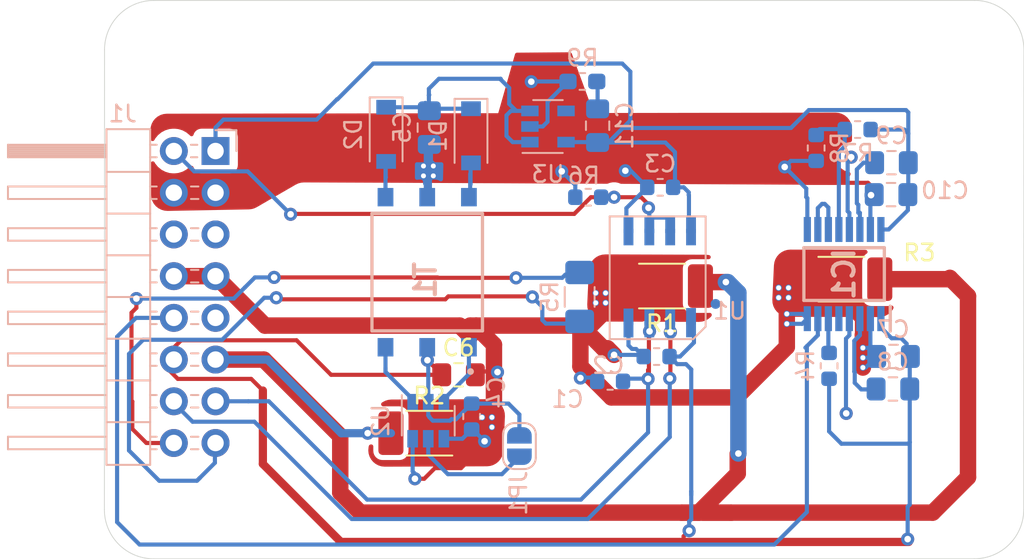
<source format=kicad_pcb>
(kicad_pcb (version 20171130) (host pcbnew "(5.1.4-0-10_14)")

  (general
    (thickness 1.6)
    (drawings 10)
    (tracks 441)
    (zones 0)
    (modules 29)
    (nets 31)
  )

  (page A4)
  (layers
    (0 F.Cu signal hide)
    (31 B.Cu signal)
    (32 B.Adhes user)
    (33 F.Adhes user)
    (34 B.Paste user)
    (35 F.Paste user)
    (36 B.SilkS user)
    (37 F.SilkS user)
    (38 B.Mask user hide)
    (39 F.Mask user hide)
    (40 Dwgs.User user)
    (41 Cmts.User user)
    (42 Eco1.User user)
    (43 Eco2.User user)
    (44 Edge.Cuts user)
    (45 Margin user)
    (46 B.CrtYd user)
    (47 F.CrtYd user)
    (48 B.Fab user hide)
    (49 F.Fab user hide)
  )

  (setup
    (last_trace_width 0.25)
    (user_trace_width 0.5)
    (user_trace_width 1)
    (user_trace_width 2)
    (user_trace_width 4)
    (trace_clearance 0.2)
    (zone_clearance 0.308)
    (zone_45_only no)
    (trace_min 0.2)
    (via_size 0.8)
    (via_drill 0.4)
    (via_min_size 0.4)
    (via_min_drill 0.3)
    (uvia_size 0.3)
    (uvia_drill 0.1)
    (uvias_allowed no)
    (uvia_min_size 0.2)
    (uvia_min_drill 0.1)
    (edge_width 0.05)
    (segment_width 0.2)
    (pcb_text_width 0.3)
    (pcb_text_size 1.5 1.5)
    (mod_edge_width 0.12)
    (mod_text_size 1 1)
    (mod_text_width 0.15)
    (pad_size 1.05 0.95)
    (pad_drill 0)
    (pad_to_mask_clearance 0.051)
    (solder_mask_min_width 0.25)
    (aux_axis_origin 0 0)
    (visible_elements FFFFFF7F)
    (pcbplotparams
      (layerselection 0x010f0_ffffffff)
      (usegerberextensions true)
      (usegerberattributes true)
      (usegerberadvancedattributes false)
      (creategerberjobfile false)
      (excludeedgelayer true)
      (linewidth 0.150000)
      (plotframeref false)
      (viasonmask false)
      (mode 1)
      (useauxorigin false)
      (hpglpennumber 1)
      (hpglpenspeed 20)
      (hpglpendiameter 15.000000)
      (psnegative false)
      (psa4output false)
      (plotreference false)
      (plotvalue false)
      (plotinvisibletext false)
      (padsonsilk false)
      (subtractmaskfromsilk false)
      (outputformat 1)
      (mirror false)
      (drillshape 0)
      (scaleselection 1)
      (outputdirectory "gerber/"))
  )

  (net 0 "")
  (net 1 GND)
  (net 2 /VDD)
  (net 3 /INH_ISO)
  (net 4 /INH_OUT)
  (net 5 /INH_buf)
  (net 6 /VSH)
  (net 7 /VDDH)
  (net 8 /PTC_p)
  (net 9 /PTC_m)
  (net 10 "Net-(J1-Pad5)")
  (net 11 "Net-(J1-Pad6)")
  (net 12 "Net-(D1-Pad2)")
  (net 13 "Net-(D2-Pad2)")
  (net 14 "Net-(IC1-Pad10)")
  (net 15 "Net-(IC1-Pad5)")
  (net 16 "Net-(JP1-Pad2)")
  (net 17 "Net-(T1-Pad3)")
  (net 18 "Net-(T1-Pad1)")
  (net 19 /VREG2)
  (net 20 /REFOUT2)
  (net 21 /EAOUT)
  (net 22 /EAOUT2)
  (net 23 /REFOUT1)
  (net 24 "Net-(J1-Pad9)")
  (net 25 /VDD_heat)
  (net 26 "Net-(IC1-Pad12)")
  (net 27 "Net-(C5-Pad1)")
  (net 28 "Net-(C11-Pad2)")
  (net 29 "Net-(U3-Pad4)")
  (net 30 /VREG1)

  (net_class Default "This is the default net class."
    (clearance 0.2)
    (trace_width 0.25)
    (via_dia 0.8)
    (via_drill 0.4)
    (uvia_dia 0.3)
    (uvia_drill 0.1)
    (add_net /EAOUT)
    (add_net /EAOUT2)
    (add_net /INH_ISO)
    (add_net /INH_OUT)
    (add_net /INH_buf)
    (add_net /PTC_m)
    (add_net /PTC_p)
    (add_net /REFOUT1)
    (add_net /REFOUT2)
    (add_net /VDD)
    (add_net /VDDH)
    (add_net /VDD_heat)
    (add_net /VREG1)
    (add_net /VREG2)
    (add_net /VSH)
    (add_net GND)
    (add_net "Net-(C11-Pad2)")
    (add_net "Net-(C5-Pad1)")
    (add_net "Net-(D1-Pad2)")
    (add_net "Net-(D2-Pad2)")
    (add_net "Net-(IC1-Pad10)")
    (add_net "Net-(IC1-Pad12)")
    (add_net "Net-(IC1-Pad5)")
    (add_net "Net-(J1-Pad5)")
    (add_net "Net-(J1-Pad6)")
    (add_net "Net-(J1-Pad9)")
    (add_net "Net-(JP1-Pad2)")
    (add_net "Net-(T1-Pad1)")
    (add_net "Net-(T1-Pad3)")
    (add_net "Net-(U3-Pad4)")
  )

  (module Package_TO_SOT_SMD:SOT-23-5 (layer B.Cu) (tedit 5A02FF57) (tstamp 600ED420)
    (at 99.9109 96.5581)
    (descr "5-pin SOT23 package")
    (tags SOT-23-5)
    (path /601246AB)
    (attr smd)
    (fp_text reference U3 (at 0 2.9) (layer B.SilkS)
      (effects (font (size 1 1) (thickness 0.15)) (justify mirror))
    )
    (fp_text value TPS76350 (at 0 -2.9) (layer B.Fab)
      (effects (font (size 1 1) (thickness 0.15)) (justify mirror))
    )
    (fp_line (start 0.9 1.55) (end 0.9 -1.55) (layer B.Fab) (width 0.1))
    (fp_line (start 0.9 -1.55) (end -0.9 -1.55) (layer B.Fab) (width 0.1))
    (fp_line (start -0.9 0.9) (end -0.9 -1.55) (layer B.Fab) (width 0.1))
    (fp_line (start 0.9 1.55) (end -0.25 1.55) (layer B.Fab) (width 0.1))
    (fp_line (start -0.9 0.9) (end -0.25 1.55) (layer B.Fab) (width 0.1))
    (fp_line (start -1.9 -1.8) (end -1.9 1.8) (layer B.CrtYd) (width 0.05))
    (fp_line (start 1.9 -1.8) (end -1.9 -1.8) (layer B.CrtYd) (width 0.05))
    (fp_line (start 1.9 1.8) (end 1.9 -1.8) (layer B.CrtYd) (width 0.05))
    (fp_line (start -1.9 1.8) (end 1.9 1.8) (layer B.CrtYd) (width 0.05))
    (fp_line (start 0.9 1.61) (end -1.55 1.61) (layer B.SilkS) (width 0.12))
    (fp_line (start -0.9 -1.61) (end 0.9 -1.61) (layer B.SilkS) (width 0.12))
    (fp_text user %R (at 0 0 -90) (layer B.Fab)
      (effects (font (size 0.5 0.5) (thickness 0.075)) (justify mirror))
    )
    (pad 5 smd rect (at 1.1 0.95) (size 1.06 0.65) (layers B.Cu B.Paste B.Mask)
      (net 7 /VDDH))
    (pad 4 smd rect (at 1.1 -0.95) (size 1.06 0.65) (layers B.Cu B.Paste B.Mask)
      (net 29 "Net-(U3-Pad4)"))
    (pad 3 smd rect (at -1.1 -0.95) (size 1.06 0.65) (layers B.Cu B.Paste B.Mask)
      (net 27 "Net-(C5-Pad1)"))
    (pad 2 smd rect (at -1.1 0) (size 1.06 0.65) (layers B.Cu B.Paste B.Mask)
      (net 6 /VSH))
    (pad 1 smd rect (at -1.1 0.95) (size 1.06 0.65) (layers B.Cu B.Paste B.Mask)
      (net 27 "Net-(C5-Pad1)"))
    (model ${KISYS3DMOD}/Package_TO_SOT_SMD.3dshapes/SOT-23-5.wrl
      (at (xyz 0 0 0))
      (scale (xyz 1 1 1))
      (rotate (xyz 0 0 0))
    )
  )

  (module Resistor_SMD:R_0603_1608Metric_Pad1.05x0.95mm_HandSolder (layer B.Cu) (tedit 5B301BBD) (tstamp 600ED37D)
    (at 102.0064 93.8149 180)
    (descr "Resistor SMD 0603 (1608 Metric), square (rectangular) end terminal, IPC_7351 nominal with elongated pad for handsoldering. (Body size source: http://www.tortai-tech.com/upload/download/2011102023233369053.pdf), generated with kicad-footprint-generator")
    (tags "resistor handsolder")
    (path /6012D2D9)
    (attr smd)
    (fp_text reference R9 (at 0 1.43) (layer B.SilkS)
      (effects (font (size 1 1) (thickness 0.15)) (justify mirror))
    )
    (fp_text value R_0603 (at 0 -1.43) (layer B.Fab)
      (effects (font (size 1 1) (thickness 0.15)) (justify mirror))
    )
    (fp_text user %R (at 0 0) (layer B.Fab)
      (effects (font (size 0.4 0.4) (thickness 0.06)) (justify mirror))
    )
    (fp_line (start 1.65 -0.73) (end -1.65 -0.73) (layer B.CrtYd) (width 0.05))
    (fp_line (start 1.65 0.73) (end 1.65 -0.73) (layer B.CrtYd) (width 0.05))
    (fp_line (start -1.65 0.73) (end 1.65 0.73) (layer B.CrtYd) (width 0.05))
    (fp_line (start -1.65 -0.73) (end -1.65 0.73) (layer B.CrtYd) (width 0.05))
    (fp_line (start -0.171267 -0.51) (end 0.171267 -0.51) (layer B.SilkS) (width 0.12))
    (fp_line (start -0.171267 0.51) (end 0.171267 0.51) (layer B.SilkS) (width 0.12))
    (fp_line (start 0.8 -0.4) (end -0.8 -0.4) (layer B.Fab) (width 0.1))
    (fp_line (start 0.8 0.4) (end 0.8 -0.4) (layer B.Fab) (width 0.1))
    (fp_line (start -0.8 0.4) (end 0.8 0.4) (layer B.Fab) (width 0.1))
    (fp_line (start -0.8 -0.4) (end -0.8 0.4) (layer B.Fab) (width 0.1))
    (pad 2 smd roundrect (at 0.875 0 180) (size 1.05 0.95) (layers B.Cu B.Paste B.Mask) (roundrect_rratio 0.25)
      (net 6 /VSH))
    (pad 1 smd roundrect (at -0.875 0 180) (size 1.05 0.95) (layers B.Cu B.Paste B.Mask) (roundrect_rratio 0.25)
      (net 28 "Net-(C11-Pad2)"))
    (model ${KISYS3DMOD}/Resistor_SMD.3dshapes/R_0603_1608Metric.wrl
      (at (xyz 0 0 0))
      (scale (xyz 1 1 1))
      (rotate (xyz 0 0 0))
    )
  )

  (module Capacitor_SMD:C_0805_2012Metric_Pad1.15x1.40mm_HandSolder (layer B.Cu) (tedit 5B36C52B) (tstamp 600ED064)
    (at 102.9335 96.5073 90)
    (descr "Capacitor SMD 0805 (2012 Metric), square (rectangular) end terminal, IPC_7351 nominal with elongated pad for handsoldering. (Body size source: https://docs.google.com/spreadsheets/d/1BsfQQcO9C6DZCsRaXUlFlo91Tg2WpOkGARC1WS5S8t0/edit?usp=sharing), generated with kicad-footprint-generator")
    (tags "capacitor handsolder")
    (path /60127F41)
    (attr smd)
    (fp_text reference C11 (at 0 1.65 -90) (layer B.SilkS)
      (effects (font (size 1 1) (thickness 0.15)) (justify mirror))
    )
    (fp_text value C_0805 (at 0 -1.65 -90) (layer B.Fab)
      (effects (font (size 1 1) (thickness 0.15)) (justify mirror))
    )
    (fp_text user %R (at 0 0 -90) (layer B.Fab)
      (effects (font (size 0.5 0.5) (thickness 0.08)) (justify mirror))
    )
    (fp_line (start 1.85 -0.95) (end -1.85 -0.95) (layer B.CrtYd) (width 0.05))
    (fp_line (start 1.85 0.95) (end 1.85 -0.95) (layer B.CrtYd) (width 0.05))
    (fp_line (start -1.85 0.95) (end 1.85 0.95) (layer B.CrtYd) (width 0.05))
    (fp_line (start -1.85 -0.95) (end -1.85 0.95) (layer B.CrtYd) (width 0.05))
    (fp_line (start -0.261252 -0.71) (end 0.261252 -0.71) (layer B.SilkS) (width 0.12))
    (fp_line (start -0.261252 0.71) (end 0.261252 0.71) (layer B.SilkS) (width 0.12))
    (fp_line (start 1 -0.6) (end -1 -0.6) (layer B.Fab) (width 0.1))
    (fp_line (start 1 0.6) (end 1 -0.6) (layer B.Fab) (width 0.1))
    (fp_line (start -1 0.6) (end 1 0.6) (layer B.Fab) (width 0.1))
    (fp_line (start -1 -0.6) (end -1 0.6) (layer B.Fab) (width 0.1))
    (pad 2 smd roundrect (at 1.025 0 90) (size 1.15 1.4) (layers B.Cu B.Paste B.Mask) (roundrect_rratio 0.217391)
      (net 28 "Net-(C11-Pad2)"))
    (pad 1 smd roundrect (at -1.025 0 90) (size 1.15 1.4) (layers B.Cu B.Paste B.Mask) (roundrect_rratio 0.217391)
      (net 7 /VDDH))
    (model ${KISYS3DMOD}/Capacitor_SMD.3dshapes/C_0805_2012Metric.wrl
      (at (xyz 0 0 0))
      (scale (xyz 1 1 1))
      (rotate (xyz 0 0 0))
    )
  )

  (module VDDTECH_FOOTPRINTS:SOIC8_typ_HEAT_no_vias (layer B.Cu) (tedit 600E803D) (tstamp 600B2365)
    (at 106.7181 107.982 90)
    (descr "SOIC08 compatible wide and narrow body no solder stop bot and top side. pads with via for mech resistance  ")
    (tags "SOIC8 IZL10T1A")
    (path /5F5FBEEF)
    (attr smd)
    (fp_text reference U1 (at 0.19 4.26) (layer B.SilkS)
      (effects (font (size 1 1) (thickness 0.15)) (justify mirror))
    )
    (fp_text value IZL10T1A-SOIC8 (at 0.14 -5.22 90) (layer B.Fab)
      (effects (font (size 1 1) (thickness 0.15)) (justify mirror))
    )
    (fp_circle (center 0.62 3.4) (end 0.77 3.4) (layer B.Cu) (width 0.3))
    (fp_line (start 5.95 -3.048) (end -1.524 -3.048) (layer B.SilkS) (width 0.12))
    (fp_line (start 5.95 2.794) (end -0.762 2.794) (layer B.SilkS) (width 0.12))
    (fp_line (start -0.975 2.45) (end 6.55 2.45) (layer B.Fab) (width 0.1))
    (fp_line (start 6.55 2.45) (end 6.55 -2.45) (layer B.Fab) (width 0.1))
    (fp_line (start 6.55 -2.45) (end -1.95 -2.45) (layer B.Fab) (width 0.1))
    (fp_line (start -1.95 -2.45) (end -1.95 1.475) (layer B.Fab) (width 0.1))
    (fp_line (start -1.95 1.475) (end -0.975 2.45) (layer B.Fab) (width 0.1))
    (fp_text user %R (at -1.27 3.556 90) (layer B.Fab)
      (effects (font (size 0.98 0.98) (thickness 0.15)) (justify mirror))
    )
    (fp_line (start 5.95 -3.048) (end 5.95 2.794) (layer B.SilkS) (width 0.12))
    (fp_line (start -1.524 -3.048) (end -1.524 2.032) (layer B.SilkS) (width 0.12))
    (fp_line (start -0.762 2.794) (end -1.524 2.032) (layer B.SilkS) (width 0.12))
    (pad 4 smd rect (at -0.16 -1.905) (size 0.6 1) (layers B.Cu B.Paste B.Mask)
      (net 1 GND))
    (pad 4 smd rect (at -0.9158 -1.905) (size 0.6 1) (layers B.Cu B.Paste B.Mask)
      (net 1 GND))
    (pad 3 smd rect (at -0.1398 -0.635) (size 0.6 1) (layers B.Cu B.Paste B.Mask)
      (net 5 /INH_buf))
    (pad 3 smd rect (at -0.9104 -0.635) (size 0.6 1) (layers B.Cu B.Paste B.Mask)
      (net 5 /INH_buf))
    (pad 2 smd rect (at -0.9104 0.635) (size 0.6 1) (layers B.Cu B.Paste B.Mask)
      (net 4 /INH_OUT))
    (pad 2 smd rect (at -0.1398 0.635) (size 0.6 1) (layers B.Cu B.Paste B.Mask)
      (net 4 /INH_OUT))
    (pad 5 smd rect (at 5.4404 -1.905) (size 0.6 1) (layers B.Cu B.Paste B.Mask)
      (net 6 /VSH))
    (pad 5 smd rect (at 4.69 -1.905) (size 0.6 1) (layers B.Cu B.Paste B.Mask)
      (net 6 /VSH))
    (pad 6 smd rect (at 4.69 -0.635) (size 0.6 1) (layers B.Cu B.Paste B.Mask)
      (net 3 /INH_ISO))
    (pad 6 smd rect (at 5.4358 -0.635) (size 0.6 1) (layers B.Cu B.Paste B.Mask)
      (net 3 /INH_ISO))
    (pad 7 smd rect (at 5.4358 0.635) (size 0.6 1) (layers B.Cu B.Paste B.Mask)
      (net 3 /INH_ISO))
    (pad 7 smd rect (at 4.69 0.635) (size 0.6 1) (layers B.Cu B.Paste B.Mask)
      (net 3 /INH_ISO))
    (pad 8 smd rect (at 4.69 1.905) (size 0.6 1) (layers B.Cu B.Paste B.Mask)
      (net 7 /VDDH))
    (pad 8 smd rect (at 5.4358 1.905) (size 0.6 1) (layers B.Cu B.Paste B.Mask)
      (net 7 /VDDH))
    (pad 1 smd rect (at -0.13 1.905) (size 0.6 1) (layers B.Cu B.Paste B.Mask)
      (net 2 /VDD))
    (pad 1 smd rect (at -0.91 1.905) (size 0.6 1) (layers B.Cu B.Paste B.Mask)
      (net 2 /VDD))
    (model ${KISYS3DMOD}/Package_SO.3dshapes/SO-8_3.9x4.9mm_P1.27mm.wrl
      (at (xyz 0 0 0))
      (scale (xyz 1 1 1))
      (rotate (xyz 0 0 0))
    )
    (model ${VDDTECH_3DMODELS}/SO-8/LT1763CS8-5#TRPBF.STEP
      (offset (xyz 2.25 0 0))
      (scale (xyz 1 1 1))
      (rotate (xyz -90 0 90))
    )
  )

  (module Connector_PinHeader_2.54mm:PinHeader_2x08_P2.54mm_Horizontal (layer B.Cu) (tedit 59FED5CB) (tstamp 5EF464C8)
    (at 79.6671 98.0506 180)
    (descr "Through hole angled pin header, 2x08, 2.54mm pitch, 6mm pin length, double rows")
    (tags "Through hole angled pin header THT 2x08 2.54mm double row")
    (path /5F309275)
    (fp_text reference J1 (at 5.655 2.27) (layer B.SilkS)
      (effects (font (size 1 1) (thickness 0.15)) (justify mirror))
    )
    (fp_text value Conn_02x08_Odd_Even (at 5.655 -20.05) (layer B.Fab)
      (effects (font (size 1 1) (thickness 0.15)) (justify mirror))
    )
    (fp_line (start 4.675 1.27) (end 6.58 1.27) (layer B.Fab) (width 0.1))
    (fp_line (start 6.58 1.27) (end 6.58 -19.05) (layer B.Fab) (width 0.1))
    (fp_line (start 6.58 -19.05) (end 4.04 -19.05) (layer B.Fab) (width 0.1))
    (fp_line (start 4.04 -19.05) (end 4.04 0.635) (layer B.Fab) (width 0.1))
    (fp_line (start 4.04 0.635) (end 4.675 1.27) (layer B.Fab) (width 0.1))
    (fp_line (start -0.32 0.32) (end 4.04 0.32) (layer B.Fab) (width 0.1))
    (fp_line (start -0.32 0.32) (end -0.32 -0.32) (layer B.Fab) (width 0.1))
    (fp_line (start -0.32 -0.32) (end 4.04 -0.32) (layer B.Fab) (width 0.1))
    (fp_line (start 6.58 0.32) (end 12.58 0.32) (layer B.Fab) (width 0.1))
    (fp_line (start 12.58 0.32) (end 12.58 -0.32) (layer B.Fab) (width 0.1))
    (fp_line (start 6.58 -0.32) (end 12.58 -0.32) (layer B.Fab) (width 0.1))
    (fp_line (start -0.32 -2.22) (end 4.04 -2.22) (layer B.Fab) (width 0.1))
    (fp_line (start -0.32 -2.22) (end -0.32 -2.86) (layer B.Fab) (width 0.1))
    (fp_line (start -0.32 -2.86) (end 4.04 -2.86) (layer B.Fab) (width 0.1))
    (fp_line (start 6.58 -2.22) (end 12.58 -2.22) (layer B.Fab) (width 0.1))
    (fp_line (start 12.58 -2.22) (end 12.58 -2.86) (layer B.Fab) (width 0.1))
    (fp_line (start 6.58 -2.86) (end 12.58 -2.86) (layer B.Fab) (width 0.1))
    (fp_line (start -0.32 -4.76) (end 4.04 -4.76) (layer B.Fab) (width 0.1))
    (fp_line (start -0.32 -4.76) (end -0.32 -5.4) (layer B.Fab) (width 0.1))
    (fp_line (start -0.32 -5.4) (end 4.04 -5.4) (layer B.Fab) (width 0.1))
    (fp_line (start 6.58 -4.76) (end 12.58 -4.76) (layer B.Fab) (width 0.1))
    (fp_line (start 12.58 -4.76) (end 12.58 -5.4) (layer B.Fab) (width 0.1))
    (fp_line (start 6.58 -5.4) (end 12.58 -5.4) (layer B.Fab) (width 0.1))
    (fp_line (start -0.32 -7.3) (end 4.04 -7.3) (layer B.Fab) (width 0.1))
    (fp_line (start -0.32 -7.3) (end -0.32 -7.94) (layer B.Fab) (width 0.1))
    (fp_line (start -0.32 -7.94) (end 4.04 -7.94) (layer B.Fab) (width 0.1))
    (fp_line (start 6.58 -7.3) (end 12.58 -7.3) (layer B.Fab) (width 0.1))
    (fp_line (start 12.58 -7.3) (end 12.58 -7.94) (layer B.Fab) (width 0.1))
    (fp_line (start 6.58 -7.94) (end 12.58 -7.94) (layer B.Fab) (width 0.1))
    (fp_line (start -0.32 -9.84) (end 4.04 -9.84) (layer B.Fab) (width 0.1))
    (fp_line (start -0.32 -9.84) (end -0.32 -10.48) (layer B.Fab) (width 0.1))
    (fp_line (start -0.32 -10.48) (end 4.04 -10.48) (layer B.Fab) (width 0.1))
    (fp_line (start 6.58 -9.84) (end 12.58 -9.84) (layer B.Fab) (width 0.1))
    (fp_line (start 12.58 -9.84) (end 12.58 -10.48) (layer B.Fab) (width 0.1))
    (fp_line (start 6.58 -10.48) (end 12.58 -10.48) (layer B.Fab) (width 0.1))
    (fp_line (start -0.32 -12.38) (end 4.04 -12.38) (layer B.Fab) (width 0.1))
    (fp_line (start -0.32 -12.38) (end -0.32 -13.02) (layer B.Fab) (width 0.1))
    (fp_line (start -0.32 -13.02) (end 4.04 -13.02) (layer B.Fab) (width 0.1))
    (fp_line (start 6.58 -12.38) (end 12.58 -12.38) (layer B.Fab) (width 0.1))
    (fp_line (start 12.58 -12.38) (end 12.58 -13.02) (layer B.Fab) (width 0.1))
    (fp_line (start 6.58 -13.02) (end 12.58 -13.02) (layer B.Fab) (width 0.1))
    (fp_line (start -0.32 -14.92) (end 4.04 -14.92) (layer B.Fab) (width 0.1))
    (fp_line (start -0.32 -14.92) (end -0.32 -15.56) (layer B.Fab) (width 0.1))
    (fp_line (start -0.32 -15.56) (end 4.04 -15.56) (layer B.Fab) (width 0.1))
    (fp_line (start 6.58 -14.92) (end 12.58 -14.92) (layer B.Fab) (width 0.1))
    (fp_line (start 12.58 -14.92) (end 12.58 -15.56) (layer B.Fab) (width 0.1))
    (fp_line (start 6.58 -15.56) (end 12.58 -15.56) (layer B.Fab) (width 0.1))
    (fp_line (start -0.32 -17.46) (end 4.04 -17.46) (layer B.Fab) (width 0.1))
    (fp_line (start -0.32 -17.46) (end -0.32 -18.1) (layer B.Fab) (width 0.1))
    (fp_line (start -0.32 -18.1) (end 4.04 -18.1) (layer B.Fab) (width 0.1))
    (fp_line (start 6.58 -17.46) (end 12.58 -17.46) (layer B.Fab) (width 0.1))
    (fp_line (start 12.58 -17.46) (end 12.58 -18.1) (layer B.Fab) (width 0.1))
    (fp_line (start 6.58 -18.1) (end 12.58 -18.1) (layer B.Fab) (width 0.1))
    (fp_line (start 3.98 1.33) (end 3.98 -19.11) (layer B.SilkS) (width 0.12))
    (fp_line (start 3.98 -19.11) (end 6.64 -19.11) (layer B.SilkS) (width 0.12))
    (fp_line (start 6.64 -19.11) (end 6.64 1.33) (layer B.SilkS) (width 0.12))
    (fp_line (start 6.64 1.33) (end 3.98 1.33) (layer B.SilkS) (width 0.12))
    (fp_line (start 6.64 0.38) (end 12.64 0.38) (layer B.SilkS) (width 0.12))
    (fp_line (start 12.64 0.38) (end 12.64 -0.38) (layer B.SilkS) (width 0.12))
    (fp_line (start 12.64 -0.38) (end 6.64 -0.38) (layer B.SilkS) (width 0.12))
    (fp_line (start 6.64 0.32) (end 12.64 0.32) (layer B.SilkS) (width 0.12))
    (fp_line (start 6.64 0.2) (end 12.64 0.2) (layer B.SilkS) (width 0.12))
    (fp_line (start 6.64 0.08) (end 12.64 0.08) (layer B.SilkS) (width 0.12))
    (fp_line (start 6.64 -0.04) (end 12.64 -0.04) (layer B.SilkS) (width 0.12))
    (fp_line (start 6.64 -0.16) (end 12.64 -0.16) (layer B.SilkS) (width 0.12))
    (fp_line (start 6.64 -0.28) (end 12.64 -0.28) (layer B.SilkS) (width 0.12))
    (fp_line (start 3.582929 0.38) (end 3.98 0.38) (layer B.SilkS) (width 0.12))
    (fp_line (start 3.582929 -0.38) (end 3.98 -0.38) (layer B.SilkS) (width 0.12))
    (fp_line (start 1.11 0.38) (end 1.497071 0.38) (layer B.SilkS) (width 0.12))
    (fp_line (start 1.11 -0.38) (end 1.497071 -0.38) (layer B.SilkS) (width 0.12))
    (fp_line (start 3.98 -1.27) (end 6.64 -1.27) (layer B.SilkS) (width 0.12))
    (fp_line (start 6.64 -2.16) (end 12.64 -2.16) (layer B.SilkS) (width 0.12))
    (fp_line (start 12.64 -2.16) (end 12.64 -2.92) (layer B.SilkS) (width 0.12))
    (fp_line (start 12.64 -2.92) (end 6.64 -2.92) (layer B.SilkS) (width 0.12))
    (fp_line (start 3.582929 -2.16) (end 3.98 -2.16) (layer B.SilkS) (width 0.12))
    (fp_line (start 3.582929 -2.92) (end 3.98 -2.92) (layer B.SilkS) (width 0.12))
    (fp_line (start 1.042929 -2.16) (end 1.497071 -2.16) (layer B.SilkS) (width 0.12))
    (fp_line (start 1.042929 -2.92) (end 1.497071 -2.92) (layer B.SilkS) (width 0.12))
    (fp_line (start 3.98 -3.81) (end 6.64 -3.81) (layer B.SilkS) (width 0.12))
    (fp_line (start 6.64 -4.7) (end 12.64 -4.7) (layer B.SilkS) (width 0.12))
    (fp_line (start 12.64 -4.7) (end 12.64 -5.46) (layer B.SilkS) (width 0.12))
    (fp_line (start 12.64 -5.46) (end 6.64 -5.46) (layer B.SilkS) (width 0.12))
    (fp_line (start 3.582929 -4.7) (end 3.98 -4.7) (layer B.SilkS) (width 0.12))
    (fp_line (start 3.582929 -5.46) (end 3.98 -5.46) (layer B.SilkS) (width 0.12))
    (fp_line (start 1.042929 -4.7) (end 1.497071 -4.7) (layer B.SilkS) (width 0.12))
    (fp_line (start 1.042929 -5.46) (end 1.497071 -5.46) (layer B.SilkS) (width 0.12))
    (fp_line (start 3.98 -6.35) (end 6.64 -6.35) (layer B.SilkS) (width 0.12))
    (fp_line (start 6.64 -7.24) (end 12.64 -7.24) (layer B.SilkS) (width 0.12))
    (fp_line (start 12.64 -7.24) (end 12.64 -8) (layer B.SilkS) (width 0.12))
    (fp_line (start 12.64 -8) (end 6.64 -8) (layer B.SilkS) (width 0.12))
    (fp_line (start 3.582929 -7.24) (end 3.98 -7.24) (layer B.SilkS) (width 0.12))
    (fp_line (start 3.582929 -8) (end 3.98 -8) (layer B.SilkS) (width 0.12))
    (fp_line (start 1.042929 -7.24) (end 1.497071 -7.24) (layer B.SilkS) (width 0.12))
    (fp_line (start 1.042929 -8) (end 1.497071 -8) (layer B.SilkS) (width 0.12))
    (fp_line (start 3.98 -8.89) (end 6.64 -8.89) (layer B.SilkS) (width 0.12))
    (fp_line (start 6.64 -9.78) (end 12.64 -9.78) (layer B.SilkS) (width 0.12))
    (fp_line (start 12.64 -9.78) (end 12.64 -10.54) (layer B.SilkS) (width 0.12))
    (fp_line (start 12.64 -10.54) (end 6.64 -10.54) (layer B.SilkS) (width 0.12))
    (fp_line (start 3.582929 -9.78) (end 3.98 -9.78) (layer B.SilkS) (width 0.12))
    (fp_line (start 3.582929 -10.54) (end 3.98 -10.54) (layer B.SilkS) (width 0.12))
    (fp_line (start 1.042929 -9.78) (end 1.497071 -9.78) (layer B.SilkS) (width 0.12))
    (fp_line (start 1.042929 -10.54) (end 1.497071 -10.54) (layer B.SilkS) (width 0.12))
    (fp_line (start 3.98 -11.43) (end 6.64 -11.43) (layer B.SilkS) (width 0.12))
    (fp_line (start 6.64 -12.32) (end 12.64 -12.32) (layer B.SilkS) (width 0.12))
    (fp_line (start 12.64 -12.32) (end 12.64 -13.08) (layer B.SilkS) (width 0.12))
    (fp_line (start 12.64 -13.08) (end 6.64 -13.08) (layer B.SilkS) (width 0.12))
    (fp_line (start 3.582929 -12.32) (end 3.98 -12.32) (layer B.SilkS) (width 0.12))
    (fp_line (start 3.582929 -13.08) (end 3.98 -13.08) (layer B.SilkS) (width 0.12))
    (fp_line (start 1.042929 -12.32) (end 1.497071 -12.32) (layer B.SilkS) (width 0.12))
    (fp_line (start 1.042929 -13.08) (end 1.497071 -13.08) (layer B.SilkS) (width 0.12))
    (fp_line (start 3.98 -13.97) (end 6.64 -13.97) (layer B.SilkS) (width 0.12))
    (fp_line (start 6.64 -14.86) (end 12.64 -14.86) (layer B.SilkS) (width 0.12))
    (fp_line (start 12.64 -14.86) (end 12.64 -15.62) (layer B.SilkS) (width 0.12))
    (fp_line (start 12.64 -15.62) (end 6.64 -15.62) (layer B.SilkS) (width 0.12))
    (fp_line (start 3.582929 -14.86) (end 3.98 -14.86) (layer B.SilkS) (width 0.12))
    (fp_line (start 3.582929 -15.62) (end 3.98 -15.62) (layer B.SilkS) (width 0.12))
    (fp_line (start 1.042929 -14.86) (end 1.497071 -14.86) (layer B.SilkS) (width 0.12))
    (fp_line (start 1.042929 -15.62) (end 1.497071 -15.62) (layer B.SilkS) (width 0.12))
    (fp_line (start 3.98 -16.51) (end 6.64 -16.51) (layer B.SilkS) (width 0.12))
    (fp_line (start 6.64 -17.4) (end 12.64 -17.4) (layer B.SilkS) (width 0.12))
    (fp_line (start 12.64 -17.4) (end 12.64 -18.16) (layer B.SilkS) (width 0.12))
    (fp_line (start 12.64 -18.16) (end 6.64 -18.16) (layer B.SilkS) (width 0.12))
    (fp_line (start 3.582929 -17.4) (end 3.98 -17.4) (layer B.SilkS) (width 0.12))
    (fp_line (start 3.582929 -18.16) (end 3.98 -18.16) (layer B.SilkS) (width 0.12))
    (fp_line (start 1.042929 -17.4) (end 1.497071 -17.4) (layer B.SilkS) (width 0.12))
    (fp_line (start 1.042929 -18.16) (end 1.497071 -18.16) (layer B.SilkS) (width 0.12))
    (fp_line (start -1.27 0) (end -1.27 1.27) (layer B.SilkS) (width 0.12))
    (fp_line (start -1.27 1.27) (end 0 1.27) (layer B.SilkS) (width 0.12))
    (fp_line (start -1.8 1.8) (end -1.8 -19.55) (layer B.CrtYd) (width 0.05))
    (fp_line (start -1.8 -19.55) (end 13.1 -19.55) (layer B.CrtYd) (width 0.05))
    (fp_line (start 13.1 -19.55) (end 13.1 1.8) (layer B.CrtYd) (width 0.05))
    (fp_line (start 13.1 1.8) (end -1.8 1.8) (layer B.CrtYd) (width 0.05))
    (fp_text user %R (at 5.31 -8.89 270) (layer B.Fab)
      (effects (font (size 1 1) (thickness 0.15)) (justify mirror))
    )
    (pad 1 thru_hole rect (at 0 0 180) (size 1.7 1.7) (drill 1) (layers *.Cu *.Mask)
      (net 7 /VDDH))
    (pad 2 thru_hole oval (at 2.54 0 180) (size 1.7 1.7) (drill 1) (layers *.Cu *.Mask)
      (net 3 /INH_ISO))
    (pad 3 thru_hole oval (at 0 -2.54 180) (size 1.7 1.7) (drill 1) (layers *.Cu *.Mask)
      (net 6 /VSH))
    (pad 4 thru_hole oval (at 2.54 -2.54 180) (size 1.7 1.7) (drill 1) (layers *.Cu *.Mask)
      (net 6 /VSH))
    (pad 5 thru_hole oval (at 0 -5.08 180) (size 1.7 1.7) (drill 1) (layers *.Cu *.Mask)
      (net 10 "Net-(J1-Pad5)"))
    (pad 6 thru_hole oval (at 2.54 -5.08 180) (size 1.7 1.7) (drill 1) (layers *.Cu *.Mask)
      (net 11 "Net-(J1-Pad6)"))
    (pad 7 thru_hole oval (at 0 -7.62 180) (size 1.7 1.7) (drill 1) (layers *.Cu *.Mask)
      (net 1 GND))
    (pad 8 thru_hole oval (at 2.54 -7.62 180) (size 1.7 1.7) (drill 1) (layers *.Cu *.Mask)
      (net 1 GND))
    (pad 9 thru_hole oval (at 0 -10.16 180) (size 1.7 1.7) (drill 1) (layers *.Cu *.Mask)
      (net 24 "Net-(J1-Pad9)"))
    (pad 10 thru_hole oval (at 2.54 -10.16 180) (size 1.7 1.7) (drill 1) (layers *.Cu *.Mask)
      (net 21 /EAOUT))
    (pad 11 thru_hole oval (at 0 -12.7 180) (size 1.7 1.7) (drill 1) (layers *.Cu *.Mask)
      (net 25 /VDD_heat))
    (pad 12 thru_hole oval (at 2.54 -12.7 180) (size 1.7 1.7) (drill 1) (layers *.Cu *.Mask)
      (net 2 /VDD))
    (pad 13 thru_hole oval (at 0 -15.24 180) (size 1.7 1.7) (drill 1) (layers *.Cu *.Mask)
      (net 5 /INH_buf))
    (pad 14 thru_hole oval (at 2.54 -15.24 180) (size 1.7 1.7) (drill 1) (layers *.Cu *.Mask)
      (net 4 /INH_OUT))
    (pad 15 thru_hole oval (at 0 -17.78 180) (size 1.7 1.7) (drill 1) (layers *.Cu *.Mask)
      (net 9 /PTC_m))
    (pad 16 thru_hole oval (at 2.54 -17.78 180) (size 1.7 1.7) (drill 1) (layers *.Cu *.Mask)
      (net 8 /PTC_p))
    (model ${KISYS3DMOD}/Connector_PinHeader_2.54mm.3dshapes/PinHeader_2x08_P2.54mm_Horizontal.wrl
      (at (xyz 0 0 0))
      (scale (xyz 1 1 1))
      (rotate (xyz 0 0 0))
    )
  )

  (module VDDTECH_FOOTPRINTS:760390015 (layer B.Cu) (tedit 5FF714F3) (tstamp 5FF76AB9)
    (at 92.5576 105.4293 90)
    (descr 760390014)
    (tags Transformer)
    (path /5FF76E77)
    (attr smd)
    (fp_text reference T1 (at -0.495 -0.11 90) (layer B.SilkS)
      (effects (font (size 1.27 1.27) (thickness 0.254)) (justify mirror))
    )
    (fp_text value 760390012 (at -0.495 -0.11 90) (layer B.SilkS) hide
      (effects (font (size 1.27 1.27) (thickness 0.254)) (justify mirror))
    )
    (fp_circle (center -6.049 2.64) (end -6.049 2.53606) (layer B.SilkS) (width 0.2))
    (fp_line (start 3.57 -3.365) (end -3.57 -3.365) (layer B.SilkS) (width 0.2))
    (fp_line (start 3.57 3.365) (end 3.57 -3.365) (layer B.SilkS) (width 0.2))
    (fp_line (start -3.57 3.365) (end 3.57 3.365) (layer B.SilkS) (width 0.2))
    (fp_line (start -3.57 -3.365) (end -3.57 3.365) (layer B.SilkS) (width 0.2))
    (fp_line (start -3.57 -3.365) (end -3.57 3.365) (layer B.Fab) (width 0.2))
    (fp_line (start 3.57 -3.365) (end -3.57 -3.365) (layer B.Fab) (width 0.2))
    (fp_line (start 3.57 3.365) (end 3.57 -3.365) (layer B.Fab) (width 0.2))
    (fp_line (start -3.57 3.365) (end 3.57 3.365) (layer B.Fab) (width 0.2))
    (fp_text user %R (at -0.495 -0.11 90) (layer B.Fab)
      (effects (font (size 1.27 1.27) (thickness 0.254)) (justify mirror))
    )
    (pad 6 smd rect (at 4.57 2.54) (size 0.96 1.12) (layers B.Cu B.Paste B.Mask)
      (net 12 "Net-(D1-Pad2)"))
    (pad 5 smd rect (at 4.57 0) (size 0.96 1.12) (layers B.Cu B.Paste B.Mask)
      (net 6 /VSH))
    (pad 4 smd rect (at 4.57 -2.54) (size 0.96 1.12) (layers B.Cu B.Paste B.Mask)
      (net 13 "Net-(D2-Pad2)"))
    (pad 3 smd rect (at -4.57 -2.54) (size 0.96 1.12) (layers B.Cu B.Paste B.Mask)
      (net 17 "Net-(T1-Pad3)"))
    (pad 2 smd rect (at -4.57 0) (size 0.96 1.12) (layers B.Cu B.Paste B.Mask)
      (net 2 /VDD))
    (pad 1 smd rect (at -4.57 2.54) (size 0.96 1.12) (layers B.Cu B.Paste B.Mask)
      (net 18 "Net-(T1-Pad1)"))
    (model ${VDDTECH_3DMODELS}/audio_transformer/760390012.STEP
      (at (xyz 0 0 0))
      (scale (xyz 1 1 1))
      (rotate (xyz -90 0 180))
    )
  )

  (module Resistor_SMD:R_0603_1608Metric (layer B.Cu) (tedit 5B301BBD) (tstamp 6009AC0F)
    (at 116.2431 97.8661 90)
    (descr "Resistor SMD 0603 (1608 Metric), square (rectangular) end terminal, IPC_7351 nominal, (Body size source: http://www.tortai-tech.com/upload/download/2011102023233369053.pdf), generated with kicad-footprint-generator")
    (tags resistor)
    (path /6010E43C)
    (attr smd)
    (fp_text reference R8 (at 0 1.43 90) (layer B.SilkS)
      (effects (font (size 1 1) (thickness 0.15)) (justify mirror))
    )
    (fp_text value "10k R_0603" (at 0 -1.43 90) (layer B.Fab)
      (effects (font (size 1 1) (thickness 0.15)) (justify mirror))
    )
    (fp_text user %R (at 0 0 90) (layer B.Fab)
      (effects (font (size 0.4 0.4) (thickness 0.06)) (justify mirror))
    )
    (fp_line (start 1.48 -0.73) (end -1.48 -0.73) (layer B.CrtYd) (width 0.05))
    (fp_line (start 1.48 0.73) (end 1.48 -0.73) (layer B.CrtYd) (width 0.05))
    (fp_line (start -1.48 0.73) (end 1.48 0.73) (layer B.CrtYd) (width 0.05))
    (fp_line (start -1.48 -0.73) (end -1.48 0.73) (layer B.CrtYd) (width 0.05))
    (fp_line (start -0.162779 -0.51) (end 0.162779 -0.51) (layer B.SilkS) (width 0.12))
    (fp_line (start -0.162779 0.51) (end 0.162779 0.51) (layer B.SilkS) (width 0.12))
    (fp_line (start 0.8 -0.4) (end -0.8 -0.4) (layer B.Fab) (width 0.1))
    (fp_line (start 0.8 0.4) (end 0.8 -0.4) (layer B.Fab) (width 0.1))
    (fp_line (start -0.8 0.4) (end 0.8 0.4) (layer B.Fab) (width 0.1))
    (fp_line (start -0.8 -0.4) (end -0.8 0.4) (layer B.Fab) (width 0.1))
    (pad 2 smd roundrect (at 0.7875 0 90) (size 0.875 0.95) (layers B.Cu B.Paste B.Mask) (roundrect_rratio 0.25)
      (net 26 "Net-(IC1-Pad12)"))
    (pad 1 smd roundrect (at -0.7875 0 90) (size 0.875 0.95) (layers B.Cu B.Paste B.Mask) (roundrect_rratio 0.25)
      (net 6 /VSH))
    (model ${KISYS3DMOD}/Resistor_SMD.3dshapes/R_0603_1608Metric.wrl
      (at (xyz 0 0 0))
      (scale (xyz 1 1 1))
      (rotate (xyz 0 0 0))
    )
  )

  (module Resistor_SMD:R_0603_1608Metric (layer B.Cu) (tedit 5B301BBD) (tstamp 6009ABFE)
    (at 118.7704 96.7425)
    (descr "Resistor SMD 0603 (1608 Metric), square (rectangular) end terminal, IPC_7351 nominal, (Body size source: http://www.tortai-tech.com/upload/download/2011102023233369053.pdf), generated with kicad-footprint-generator")
    (tags resistor)
    (path /6010D825)
    (attr smd)
    (fp_text reference R7 (at 0 1.43) (layer B.SilkS)
      (effects (font (size 1 1) (thickness 0.15)) (justify mirror))
    )
    (fp_text value "10k R_0603" (at 0 -1.43) (layer B.Fab)
      (effects (font (size 1 1) (thickness 0.15)) (justify mirror))
    )
    (fp_text user %R (at 0 0) (layer B.Fab)
      (effects (font (size 0.4 0.4) (thickness 0.06)) (justify mirror))
    )
    (fp_line (start 1.48 -0.73) (end -1.48 -0.73) (layer B.CrtYd) (width 0.05))
    (fp_line (start 1.48 0.73) (end 1.48 -0.73) (layer B.CrtYd) (width 0.05))
    (fp_line (start -1.48 0.73) (end 1.48 0.73) (layer B.CrtYd) (width 0.05))
    (fp_line (start -1.48 -0.73) (end -1.48 0.73) (layer B.CrtYd) (width 0.05))
    (fp_line (start -0.162779 -0.51) (end 0.162779 -0.51) (layer B.SilkS) (width 0.12))
    (fp_line (start -0.162779 0.51) (end 0.162779 0.51) (layer B.SilkS) (width 0.12))
    (fp_line (start 0.8 -0.4) (end -0.8 -0.4) (layer B.Fab) (width 0.1))
    (fp_line (start 0.8 0.4) (end 0.8 -0.4) (layer B.Fab) (width 0.1))
    (fp_line (start -0.8 0.4) (end 0.8 0.4) (layer B.Fab) (width 0.1))
    (fp_line (start -0.8 -0.4) (end -0.8 0.4) (layer B.Fab) (width 0.1))
    (pad 2 smd roundrect (at 0.7875 0) (size 0.875 0.95) (layers B.Cu B.Paste B.Mask) (roundrect_rratio 0.25)
      (net 7 /VDDH))
    (pad 1 smd roundrect (at -0.7875 0) (size 0.875 0.95) (layers B.Cu B.Paste B.Mask) (roundrect_rratio 0.25)
      (net 26 "Net-(IC1-Pad12)"))
    (model ${KISYS3DMOD}/Resistor_SMD.3dshapes/R_0603_1608Metric.wrl
      (at (xyz 0 0 0))
      (scale (xyz 1 1 1))
      (rotate (xyz 0 0 0))
    )
  )

  (module Resistor_SMD:R_0603_1608Metric (layer B.Cu) (tedit 5B301BBD) (tstamp 6009ABAD)
    (at 117.0305 111.1316 270)
    (descr "Resistor SMD 0603 (1608 Metric), square (rectangular) end terminal, IPC_7351 nominal, (Body size source: http://www.tortai-tech.com/upload/download/2011102023233369053.pdf), generated with kicad-footprint-generator")
    (tags resistor)
    (path /600FE80C)
    (attr smd)
    (fp_text reference R4 (at 0 1.43 270) (layer B.SilkS)
      (effects (font (size 1 1) (thickness 0.15)) (justify mirror))
    )
    (fp_text value "10k R_0603" (at 0 -1.43 270) (layer B.Fab)
      (effects (font (size 1 1) (thickness 0.15)) (justify mirror))
    )
    (fp_text user %R (at 0 0 270) (layer B.Fab)
      (effects (font (size 0.4 0.4) (thickness 0.06)) (justify mirror))
    )
    (fp_line (start 1.48 -0.73) (end -1.48 -0.73) (layer B.CrtYd) (width 0.05))
    (fp_line (start 1.48 0.73) (end 1.48 -0.73) (layer B.CrtYd) (width 0.05))
    (fp_line (start -1.48 0.73) (end 1.48 0.73) (layer B.CrtYd) (width 0.05))
    (fp_line (start -1.48 -0.73) (end -1.48 0.73) (layer B.CrtYd) (width 0.05))
    (fp_line (start -0.162779 -0.51) (end 0.162779 -0.51) (layer B.SilkS) (width 0.12))
    (fp_line (start -0.162779 0.51) (end 0.162779 0.51) (layer B.SilkS) (width 0.12))
    (fp_line (start 0.8 -0.4) (end -0.8 -0.4) (layer B.Fab) (width 0.1))
    (fp_line (start 0.8 0.4) (end 0.8 -0.4) (layer B.Fab) (width 0.1))
    (fp_line (start -0.8 0.4) (end 0.8 0.4) (layer B.Fab) (width 0.1))
    (fp_line (start -0.8 -0.4) (end -0.8 0.4) (layer B.Fab) (width 0.1))
    (pad 2 smd roundrect (at 0.7875 0 270) (size 0.875 0.95) (layers B.Cu B.Paste B.Mask) (roundrect_rratio 0.25)
      (net 2 /VDD))
    (pad 1 smd roundrect (at -0.7875 0 270) (size 0.875 0.95) (layers B.Cu B.Paste B.Mask) (roundrect_rratio 0.25)
      (net 22 /EAOUT2))
    (model ${KISYS3DMOD}/Resistor_SMD.3dshapes/R_0603_1608Metric.wrl
      (at (xyz 0 0 0))
      (scale (xyz 1 1 1))
      (rotate (xyz 0 0 0))
    )
  )

  (module Resistor_SMD:R_2010_5025Metric_Pad1.52x2.65mm_HandSolder (layer F.Cu) (tedit 5B301BBD) (tstamp 6009AB9C)
    (at 117.7798 105.8545 180)
    (descr "Resistor SMD 2010 (5025 Metric), square (rectangular) end terminal, IPC_7351 nominal with elongated pad for handsoldering. (Body size source: http://www.tortai-tech.com/upload/download/2011102023233369053.pdf), generated with kicad-footprint-generator")
    (tags "resistor handsolder")
    (path /600F1701)
    (attr smd)
    (fp_text reference R3 (at -4.7498 1.6129) (layer F.SilkS)
      (effects (font (size 1 1) (thickness 0.15)))
    )
    (fp_text value Heater (at 0 2.28) (layer F.Fab)
      (effects (font (size 1 1) (thickness 0.15)))
    )
    (fp_text user %R (at 0 0) (layer F.Fab)
      (effects (font (size 1 1) (thickness 0.15)))
    )
    (fp_line (start 3.35 1.58) (end -3.35 1.58) (layer F.CrtYd) (width 0.05))
    (fp_line (start 3.35 -1.58) (end 3.35 1.58) (layer F.CrtYd) (width 0.05))
    (fp_line (start -3.35 -1.58) (end 3.35 -1.58) (layer F.CrtYd) (width 0.05))
    (fp_line (start -3.35 1.58) (end -3.35 -1.58) (layer F.CrtYd) (width 0.05))
    (fp_line (start -1.402064 1.36) (end 1.402064 1.36) (layer F.SilkS) (width 0.12))
    (fp_line (start -1.402064 -1.36) (end 1.402064 -1.36) (layer F.SilkS) (width 0.12))
    (fp_line (start 2.5 1.25) (end -2.5 1.25) (layer F.Fab) (width 0.1))
    (fp_line (start 2.5 -1.25) (end 2.5 1.25) (layer F.Fab) (width 0.1))
    (fp_line (start -2.5 -1.25) (end 2.5 -1.25) (layer F.Fab) (width 0.1))
    (fp_line (start -2.5 1.25) (end -2.5 -1.25) (layer F.Fab) (width 0.1))
    (pad 2 smd roundrect (at 2.3375 0 180) (size 1.525 2.65) (layers F.Cu F.Paste F.Mask) (roundrect_rratio 0.163934)
      (net 1 GND))
    (pad 1 smd roundrect (at -2.3375 0 180) (size 1.525 2.65) (layers F.Cu F.Paste F.Mask) (roundrect_rratio 0.163934)
      (net 25 /VDD_heat))
    (model ${KISYS3DMOD}/Resistor_SMD.3dshapes/R_2010_5025Metric.wrl
      (at (xyz 0 0 0))
      (scale (xyz 1 1 1))
      (rotate (xyz 0 0 0))
    )
  )

  (module Capacitor_SMD:C_0805_2012Metric_Pad1.15x1.40mm_HandSolder (layer B.Cu) (tedit 5B36C52B) (tstamp 6009A943)
    (at 120.8024 100.7049 180)
    (descr "Capacitor SMD 0805 (2012 Metric), square (rectangular) end terminal, IPC_7351 nominal with elongated pad for handsoldering. (Body size source: https://docs.google.com/spreadsheets/d/1BsfQQcO9C6DZCsRaXUlFlo91Tg2WpOkGARC1WS5S8t0/edit?usp=sharing), generated with kicad-footprint-generator")
    (tags "capacitor handsolder")
    (path /6012EB6A)
    (attr smd)
    (fp_text reference C10 (at -3.2893 0.254) (layer B.SilkS)
      (effects (font (size 1 1) (thickness 0.15)) (justify mirror))
    )
    (fp_text value C_0805_1u (at 0 -1.65) (layer B.Fab)
      (effects (font (size 1 1) (thickness 0.15)) (justify mirror))
    )
    (fp_text user %R (at 0 0) (layer B.Fab)
      (effects (font (size 0.5 0.5) (thickness 0.08)) (justify mirror))
    )
    (fp_line (start 1.85 -0.95) (end -1.85 -0.95) (layer B.CrtYd) (width 0.05))
    (fp_line (start 1.85 0.95) (end 1.85 -0.95) (layer B.CrtYd) (width 0.05))
    (fp_line (start -1.85 0.95) (end 1.85 0.95) (layer B.CrtYd) (width 0.05))
    (fp_line (start -1.85 -0.95) (end -1.85 0.95) (layer B.CrtYd) (width 0.05))
    (fp_line (start -0.261252 -0.71) (end 0.261252 -0.71) (layer B.SilkS) (width 0.12))
    (fp_line (start -0.261252 0.71) (end 0.261252 0.71) (layer B.SilkS) (width 0.12))
    (fp_line (start 1 -0.6) (end -1 -0.6) (layer B.Fab) (width 0.1))
    (fp_line (start 1 0.6) (end 1 -0.6) (layer B.Fab) (width 0.1))
    (fp_line (start -1 0.6) (end 1 0.6) (layer B.Fab) (width 0.1))
    (fp_line (start -1 -0.6) (end -1 0.6) (layer B.Fab) (width 0.1))
    (pad 2 smd roundrect (at 1.025 0 180) (size 1.15 1.4) (layers B.Cu B.Paste B.Mask) (roundrect_rratio 0.217391)
      (net 6 /VSH))
    (pad 1 smd roundrect (at -1.025 0 180) (size 1.15 1.4) (layers B.Cu B.Paste B.Mask) (roundrect_rratio 0.217391)
      (net 7 /VDDH))
    (model ${KISYS3DMOD}/Capacitor_SMD.3dshapes/C_0805_2012Metric.wrl
      (at (xyz 0 0 0))
      (scale (xyz 1 1 1))
      (rotate (xyz 0 0 0))
    )
  )

  (module Capacitor_SMD:C_0805_2012Metric_Pad1.15x1.40mm_HandSolder (layer B.Cu) (tedit 5B36C52B) (tstamp 6009A932)
    (at 120.8278 98.7618 180)
    (descr "Capacitor SMD 0805 (2012 Metric), square (rectangular) end terminal, IPC_7351 nominal with elongated pad for handsoldering. (Body size source: https://docs.google.com/spreadsheets/d/1BsfQQcO9C6DZCsRaXUlFlo91Tg2WpOkGARC1WS5S8t0/edit?usp=sharing), generated with kicad-footprint-generator")
    (tags "capacitor handsolder")
    (path /6012FA3B)
    (attr smd)
    (fp_text reference C9 (at 0 1.65) (layer B.SilkS)
      (effects (font (size 1 1) (thickness 0.15)) (justify mirror))
    )
    (fp_text value C_0805_1u (at 0 -1.65) (layer B.Fab)
      (effects (font (size 1 1) (thickness 0.15)) (justify mirror))
    )
    (fp_text user %R (at 0 0) (layer B.Fab)
      (effects (font (size 0.5 0.5) (thickness 0.08)) (justify mirror))
    )
    (fp_line (start 1.85 -0.95) (end -1.85 -0.95) (layer B.CrtYd) (width 0.05))
    (fp_line (start 1.85 0.95) (end 1.85 -0.95) (layer B.CrtYd) (width 0.05))
    (fp_line (start -1.85 0.95) (end 1.85 0.95) (layer B.CrtYd) (width 0.05))
    (fp_line (start -1.85 -0.95) (end -1.85 0.95) (layer B.CrtYd) (width 0.05))
    (fp_line (start -0.261252 -0.71) (end 0.261252 -0.71) (layer B.SilkS) (width 0.12))
    (fp_line (start -0.261252 0.71) (end 0.261252 0.71) (layer B.SilkS) (width 0.12))
    (fp_line (start 1 -0.6) (end -1 -0.6) (layer B.Fab) (width 0.1))
    (fp_line (start 1 0.6) (end 1 -0.6) (layer B.Fab) (width 0.1))
    (fp_line (start -1 0.6) (end 1 0.6) (layer B.Fab) (width 0.1))
    (fp_line (start -1 -0.6) (end -1 0.6) (layer B.Fab) (width 0.1))
    (pad 2 smd roundrect (at 1.025 0 180) (size 1.15 1.4) (layers B.Cu B.Paste B.Mask) (roundrect_rratio 0.217391)
      (net 19 /VREG2))
    (pad 1 smd roundrect (at -1.025 0 180) (size 1.15 1.4) (layers B.Cu B.Paste B.Mask) (roundrect_rratio 0.217391)
      (net 7 /VDDH))
    (model ${KISYS3DMOD}/Capacitor_SMD.3dshapes/C_0805_2012Metric.wrl
      (at (xyz 0 0 0))
      (scale (xyz 1 1 1))
      (rotate (xyz 0 0 0))
    )
  )

  (module Capacitor_SMD:C_0805_2012Metric_Pad1.15x1.40mm_HandSolder (layer B.Cu) (tedit 5B36C52B) (tstamp 6009A921)
    (at 120.9167 112.5413 180)
    (descr "Capacitor SMD 0805 (2012 Metric), square (rectangular) end terminal, IPC_7351 nominal with elongated pad for handsoldering. (Body size source: https://docs.google.com/spreadsheets/d/1BsfQQcO9C6DZCsRaXUlFlo91Tg2WpOkGARC1WS5S8t0/edit?usp=sharing), generated with kicad-footprint-generator")
    (tags "capacitor handsolder")
    (path /60136144)
    (attr smd)
    (fp_text reference C8 (at 0 1.65) (layer B.SilkS)
      (effects (font (size 1 1) (thickness 0.15)) (justify mirror))
    )
    (fp_text value C_0805_1u (at 0 -1.65) (layer B.Fab)
      (effects (font (size 1 1) (thickness 0.15)) (justify mirror))
    )
    (fp_text user %R (at 0 0) (layer B.Fab)
      (effects (font (size 0.5 0.5) (thickness 0.08)) (justify mirror))
    )
    (fp_line (start 1.85 -0.95) (end -1.85 -0.95) (layer B.CrtYd) (width 0.05))
    (fp_line (start 1.85 0.95) (end 1.85 -0.95) (layer B.CrtYd) (width 0.05))
    (fp_line (start -1.85 0.95) (end 1.85 0.95) (layer B.CrtYd) (width 0.05))
    (fp_line (start -1.85 -0.95) (end -1.85 0.95) (layer B.CrtYd) (width 0.05))
    (fp_line (start -0.261252 -0.71) (end 0.261252 -0.71) (layer B.SilkS) (width 0.12))
    (fp_line (start -0.261252 0.71) (end 0.261252 0.71) (layer B.SilkS) (width 0.12))
    (fp_line (start 1 -0.6) (end -1 -0.6) (layer B.Fab) (width 0.1))
    (fp_line (start 1 0.6) (end 1 -0.6) (layer B.Fab) (width 0.1))
    (fp_line (start -1 0.6) (end 1 0.6) (layer B.Fab) (width 0.1))
    (fp_line (start -1 -0.6) (end -1 0.6) (layer B.Fab) (width 0.1))
    (pad 2 smd roundrect (at 1.025 0 180) (size 1.15 1.4) (layers B.Cu B.Paste B.Mask) (roundrect_rratio 0.217391)
      (net 30 /VREG1))
    (pad 1 smd roundrect (at -1.025 0 180) (size 1.15 1.4) (layers B.Cu B.Paste B.Mask) (roundrect_rratio 0.217391)
      (net 2 /VDD))
    (model ${KISYS3DMOD}/Capacitor_SMD.3dshapes/C_0805_2012Metric.wrl
      (at (xyz 0 0 0))
      (scale (xyz 1 1 1))
      (rotate (xyz 0 0 0))
    )
  )

  (module Capacitor_SMD:C_0805_2012Metric_Pad1.15x1.40mm_HandSolder (layer B.Cu) (tedit 5B36C52B) (tstamp 6009A910)
    (at 120.9548 110.5601 180)
    (descr "Capacitor SMD 0805 (2012 Metric), square (rectangular) end terminal, IPC_7351 nominal with elongated pad for handsoldering. (Body size source: https://docs.google.com/spreadsheets/d/1BsfQQcO9C6DZCsRaXUlFlo91Tg2WpOkGARC1WS5S8t0/edit?usp=sharing), generated with kicad-footprint-generator")
    (tags "capacitor handsolder")
    (path /60134878)
    (attr smd)
    (fp_text reference C7 (at 0 1.65) (layer B.SilkS)
      (effects (font (size 1 1) (thickness 0.15)) (justify mirror))
    )
    (fp_text value C_0805_1u (at 0 -1.65) (layer B.Fab)
      (effects (font (size 1 1) (thickness 0.15)) (justify mirror))
    )
    (fp_text user %R (at 0 0) (layer B.Fab)
      (effects (font (size 0.5 0.5) (thickness 0.08)) (justify mirror))
    )
    (fp_line (start 1.85 -0.95) (end -1.85 -0.95) (layer B.CrtYd) (width 0.05))
    (fp_line (start 1.85 0.95) (end 1.85 -0.95) (layer B.CrtYd) (width 0.05))
    (fp_line (start -1.85 0.95) (end 1.85 0.95) (layer B.CrtYd) (width 0.05))
    (fp_line (start -1.85 -0.95) (end -1.85 0.95) (layer B.CrtYd) (width 0.05))
    (fp_line (start -0.261252 -0.71) (end 0.261252 -0.71) (layer B.SilkS) (width 0.12))
    (fp_line (start -0.261252 0.71) (end 0.261252 0.71) (layer B.SilkS) (width 0.12))
    (fp_line (start 1 -0.6) (end -1 -0.6) (layer B.Fab) (width 0.1))
    (fp_line (start 1 0.6) (end 1 -0.6) (layer B.Fab) (width 0.1))
    (fp_line (start -1 0.6) (end 1 0.6) (layer B.Fab) (width 0.1))
    (fp_line (start -1 -0.6) (end -1 0.6) (layer B.Fab) (width 0.1))
    (pad 2 smd roundrect (at 1.025 0 180) (size 1.15 1.4) (layers B.Cu B.Paste B.Mask) (roundrect_rratio 0.217391)
      (net 1 GND))
    (pad 1 smd roundrect (at -1.025 0 180) (size 1.15 1.4) (layers B.Cu B.Paste B.Mask) (roundrect_rratio 0.217391)
      (net 2 /VDD))
    (model ${KISYS3DMOD}/Capacitor_SMD.3dshapes/C_0805_2012Metric.wrl
      (at (xyz 0 0 0))
      (scale (xyz 1 1 1))
      (rotate (xyz 0 0 0))
    )
  )

  (module Capacitor_SMD:C_0805_2012Metric_Pad1.15x1.40mm_HandSolder (layer F.Cu) (tedit 5B36C52B) (tstamp 600F028A)
    (at 94.4663 111.6777)
    (descr "Capacitor SMD 0805 (2012 Metric), square (rectangular) end terminal, IPC_7351 nominal with elongated pad for handsoldering. (Body size source: https://docs.google.com/spreadsheets/d/1BsfQQcO9C6DZCsRaXUlFlo91Tg2WpOkGARC1WS5S8t0/edit?usp=sharing), generated with kicad-footprint-generator")
    (tags "capacitor handsolder")
    (path /600C6FFF)
    (attr smd)
    (fp_text reference C6 (at 0 -1.65) (layer F.SilkS)
      (effects (font (size 1 1) (thickness 0.15)))
    )
    (fp_text value C_0805 (at 0 1.65) (layer F.Fab)
      (effects (font (size 1 1) (thickness 0.15)))
    )
    (fp_text user %R (at 0 0) (layer F.Fab)
      (effects (font (size 0.5 0.5) (thickness 0.08)))
    )
    (fp_line (start 1.85 0.95) (end -1.85 0.95) (layer F.CrtYd) (width 0.05))
    (fp_line (start 1.85 -0.95) (end 1.85 0.95) (layer F.CrtYd) (width 0.05))
    (fp_line (start -1.85 -0.95) (end 1.85 -0.95) (layer F.CrtYd) (width 0.05))
    (fp_line (start -1.85 0.95) (end -1.85 -0.95) (layer F.CrtYd) (width 0.05))
    (fp_line (start -0.261252 0.71) (end 0.261252 0.71) (layer F.SilkS) (width 0.12))
    (fp_line (start -0.261252 -0.71) (end 0.261252 -0.71) (layer F.SilkS) (width 0.12))
    (fp_line (start 1 0.6) (end -1 0.6) (layer F.Fab) (width 0.1))
    (fp_line (start 1 -0.6) (end 1 0.6) (layer F.Fab) (width 0.1))
    (fp_line (start -1 -0.6) (end 1 -0.6) (layer F.Fab) (width 0.1))
    (fp_line (start -1 0.6) (end -1 -0.6) (layer F.Fab) (width 0.1))
    (pad 2 smd roundrect (at 1.025 0) (size 1.15 1.4) (layers F.Cu F.Paste F.Mask) (roundrect_rratio 0.217391)
      (net 1 GND))
    (pad 1 smd roundrect (at -1.025 0) (size 1.15 1.4) (layers F.Cu F.Paste F.Mask) (roundrect_rratio 0.217391)
      (net 2 /VDD))
    (model ${KISYS3DMOD}/Capacitor_SMD.3dshapes/C_0805_2012Metric.wrl
      (at (xyz 0 0 0))
      (scale (xyz 1 1 1))
      (rotate (xyz 0 0 0))
    )
  )

  (module Package_TO_SOT_SMD:SOT-23-6 (layer B.Cu) (tedit 5A02FF57) (tstamp 6009A22E)
    (at 92.6211 114.4717 270)
    (descr "6-pin SOT-23 package")
    (tags SOT-23-6)
    (path /60094655)
    (attr smd)
    (fp_text reference U2 (at 0 2.9 90) (layer B.SilkS)
      (effects (font (size 1 1) (thickness 0.15)) (justify mirror))
    )
    (fp_text value SN6505BDBV (at 0 -2.9 90) (layer B.Fab)
      (effects (font (size 1 1) (thickness 0.15)) (justify mirror))
    )
    (fp_line (start 0.9 1.55) (end 0.9 -1.55) (layer B.Fab) (width 0.1))
    (fp_line (start 0.9 -1.55) (end -0.9 -1.55) (layer B.Fab) (width 0.1))
    (fp_line (start -0.9 0.9) (end -0.9 -1.55) (layer B.Fab) (width 0.1))
    (fp_line (start 0.9 1.55) (end -0.25 1.55) (layer B.Fab) (width 0.1))
    (fp_line (start -0.9 0.9) (end -0.25 1.55) (layer B.Fab) (width 0.1))
    (fp_line (start -1.9 1.8) (end -1.9 -1.8) (layer B.CrtYd) (width 0.05))
    (fp_line (start -1.9 -1.8) (end 1.9 -1.8) (layer B.CrtYd) (width 0.05))
    (fp_line (start 1.9 -1.8) (end 1.9 1.8) (layer B.CrtYd) (width 0.05))
    (fp_line (start 1.9 1.8) (end -1.9 1.8) (layer B.CrtYd) (width 0.05))
    (fp_line (start 0.9 1.61) (end -1.55 1.61) (layer B.SilkS) (width 0.12))
    (fp_line (start -0.9 -1.61) (end 0.9 -1.61) (layer B.SilkS) (width 0.12))
    (fp_text user %R (at 0 0 180) (layer B.Fab)
      (effects (font (size 0.5 0.5) (thickness 0.075)) (justify mirror))
    )
    (pad 5 smd rect (at 1.1 0 270) (size 1.06 0.65) (layers B.Cu B.Paste B.Mask)
      (net 16 "Net-(JP1-Pad2)"))
    (pad 6 smd rect (at 1.1 0.95 270) (size 1.06 0.65) (layers B.Cu B.Paste B.Mask)
      (net 1 GND))
    (pad 4 smd rect (at 1.1 -0.95 270) (size 1.06 0.65) (layers B.Cu B.Paste B.Mask)
      (net 1 GND))
    (pad 3 smd rect (at -1.1 -0.95 270) (size 1.06 0.65) (layers B.Cu B.Paste B.Mask)
      (net 18 "Net-(T1-Pad1)"))
    (pad 2 smd rect (at -1.1 0 270) (size 1.06 0.65) (layers B.Cu B.Paste B.Mask)
      (net 2 /VDD))
    (pad 1 smd rect (at -1.1 0.95 270) (size 1.06 0.65) (layers B.Cu B.Paste B.Mask)
      (net 17 "Net-(T1-Pad3)"))
    (model ${KISYS3DMOD}/Package_TO_SOT_SMD.3dshapes/SOT-23-6.wrl
      (at (xyz 0 0 0))
      (scale (xyz 1 1 1))
      (rotate (xyz 0 0 0))
    )
  )

  (module Jumper:SolderJumper-2_P1.3mm_Open_RoundedPad1.0x1.5mm (layer B.Cu) (tedit 5B391E66) (tstamp 60099EAC)
    (at 98.171 116.0168 270)
    (descr "SMD Solder Jumper, 1x1.5mm, rounded Pads, 0.3mm gap, open")
    (tags "solder jumper open")
    (path /60099A44)
    (attr virtual)
    (fp_text reference JP1 (at 2.8702 0.0508 270) (layer B.SilkS)
      (effects (font (size 1 1) (thickness 0.15)) (justify mirror))
    )
    (fp_text value SolderJumper_2_Open_VDDTECH (at 0 -1.9 270) (layer B.Fab)
      (effects (font (size 1 1) (thickness 0.15)) (justify mirror))
    )
    (fp_line (start 1.65 -1.25) (end -1.65 -1.25) (layer B.CrtYd) (width 0.05))
    (fp_line (start 1.65 -1.25) (end 1.65 1.25) (layer B.CrtYd) (width 0.05))
    (fp_line (start -1.65 1.25) (end -1.65 -1.25) (layer B.CrtYd) (width 0.05))
    (fp_line (start -1.65 1.25) (end 1.65 1.25) (layer B.CrtYd) (width 0.05))
    (fp_line (start -0.7 1) (end 0.7 1) (layer B.SilkS) (width 0.12))
    (fp_line (start 1.4 0.3) (end 1.4 -0.3) (layer B.SilkS) (width 0.12))
    (fp_line (start 0.7 -1) (end -0.7 -1) (layer B.SilkS) (width 0.12))
    (fp_line (start -1.4 -0.3) (end -1.4 0.3) (layer B.SilkS) (width 0.12))
    (fp_arc (start -0.7 0.3) (end -0.7 1) (angle 90) (layer B.SilkS) (width 0.12))
    (fp_arc (start -0.7 -0.3) (end -1.4 -0.3) (angle 90) (layer B.SilkS) (width 0.12))
    (fp_arc (start 0.7 -0.3) (end 0.7 -1) (angle 90) (layer B.SilkS) (width 0.12))
    (fp_arc (start 0.7 0.3) (end 1.4 0.3) (angle 90) (layer B.SilkS) (width 0.12))
    (pad 2 smd custom (at 0.65 0 270) (size 1 0.5) (layers B.Cu B.Mask)
      (net 16 "Net-(JP1-Pad2)") (zone_connect 2)
      (options (clearance outline) (anchor rect))
      (primitives
        (gr_circle (center 0 -0.25) (end 0.5 -0.25) (width 0))
        (gr_circle (center 0 0.25) (end 0.5 0.25) (width 0))
        (gr_poly (pts
           (xy 0 0.75) (xy -0.5 0.75) (xy -0.5 -0.75) (xy 0 -0.75)) (width 0))
      ))
    (pad 1 smd custom (at -0.65 0 270) (size 1 0.5) (layers B.Cu B.Mask)
      (net 2 /VDD) (zone_connect 2)
      (options (clearance outline) (anchor rect))
      (primitives
        (gr_circle (center 0 -0.25) (end 0.5 -0.25) (width 0))
        (gr_circle (center 0 0.25) (end 0.5 0.25) (width 0))
        (gr_poly (pts
           (xy 0 0.75) (xy 0.5 0.75) (xy 0.5 -0.75) (xy 0 -0.75)) (width 0))
      ))
  )

  (module VDDTECH_FOOTPRINTS:SOP64P600X175-16N (layer B.Cu) (tedit 600946A7) (tstamp 60099D6A)
    (at 117.9449 105.5436 90)
    (descr "RQ-16 (QSOP)")
    (tags "Integrated Circuit")
    (path /600C7793)
    (attr smd)
    (fp_text reference IC1 (at 0 0 270) (layer B.SilkS)
      (effects (font (size 1.27 1.27) (thickness 0.254)) (justify mirror))
    )
    (fp_text value ADUM3190BRQZ (at 0 0 270) (layer B.SilkS) hide
      (effects (font (size 1.27 1.27) (thickness 0.254)) (justify mirror))
    )
    (fp_line (start -3.475 2.81) (end -1.955 2.81) (layer B.SilkS) (width 0.2))
    (fp_line (start -1.605 -2.45) (end -1.605 2.45) (layer B.SilkS) (width 0.2))
    (fp_line (start 1.605 -2.45) (end -1.605 -2.45) (layer B.SilkS) (width 0.2))
    (fp_line (start 1.605 2.45) (end 1.605 -2.45) (layer B.SilkS) (width 0.2))
    (fp_line (start -1.605 2.45) (end 1.605 2.45) (layer B.SilkS) (width 0.2))
    (fp_line (start -1.955 1.81) (end -1.315 2.45) (layer B.Fab) (width 0.1))
    (fp_line (start -1.955 -2.45) (end -1.955 2.45) (layer B.Fab) (width 0.1))
    (fp_line (start 1.955 -2.45) (end -1.955 -2.45) (layer B.Fab) (width 0.1))
    (fp_line (start 1.955 2.45) (end 1.955 -2.45) (layer B.Fab) (width 0.1))
    (fp_line (start -1.955 2.45) (end 1.955 2.45) (layer B.Fab) (width 0.1))
    (fp_line (start -3.725 -2.75) (end -3.725 2.75) (layer B.CrtYd) (width 0.05))
    (fp_line (start 3.725 -2.75) (end -3.725 -2.75) (layer B.CrtYd) (width 0.05))
    (fp_line (start 3.725 2.75) (end 3.725 -2.75) (layer B.CrtYd) (width 0.05))
    (fp_line (start -3.725 2.75) (end 3.725 2.75) (layer B.CrtYd) (width 0.05))
    (fp_text user %R (at 0 0 270) (layer B.Fab)
      (effects (font (size 1.27 1.27) (thickness 0.254)) (justify mirror))
    )
    (pad 16 smd rect (at 2.715 2.24) (size 0.44 1.52) (layers B.Cu B.Paste B.Mask)
      (net 7 /VDDH))
    (pad 15 smd rect (at 2.715 1.6) (size 0.44 1.52) (layers B.Cu B.Paste B.Mask)
      (net 6 /VSH))
    (pad 14 smd rect (at 2.715 0.96) (size 0.44 1.52) (layers B.Cu B.Paste B.Mask)
      (net 19 /VREG2))
    (pad 13 smd rect (at 2.715 0.32) (size 0.44 1.52) (layers B.Cu B.Paste B.Mask)
      (net 20 /REFOUT2))
    (pad 12 smd rect (at 2.715 -0.32) (size 0.44 1.52) (layers B.Cu B.Paste B.Mask)
      (net 26 "Net-(IC1-Pad12)"))
    (pad 11 smd rect (at 2.715 -0.96) (size 0.44 1.52) (layers B.Cu B.Paste B.Mask)
      (net 14 "Net-(IC1-Pad10)"))
    (pad 10 smd rect (at 2.715 -1.6) (size 0.44 1.52) (layers B.Cu B.Paste B.Mask)
      (net 14 "Net-(IC1-Pad10)"))
    (pad 9 smd rect (at 2.715 -2.24) (size 0.44 1.52) (layers B.Cu B.Paste B.Mask)
      (net 6 /VSH))
    (pad 8 smd rect (at -2.715 -2.24) (size 0.44 1.52) (layers B.Cu B.Paste B.Mask)
      (net 1 GND))
    (pad 7 smd rect (at -2.715 -1.6) (size 0.44 1.52) (layers B.Cu B.Paste B.Mask)
      (net 21 /EAOUT))
    (pad 6 smd rect (at -2.715 -0.96) (size 0.44 1.52) (layers B.Cu B.Paste B.Mask)
      (net 22 /EAOUT2))
    (pad 5 smd rect (at -2.715 -0.32) (size 0.44 1.52) (layers B.Cu B.Paste B.Mask)
      (net 15 "Net-(IC1-Pad5)"))
    (pad 4 smd rect (at -2.715 0.32) (size 0.44 1.52) (layers B.Cu B.Paste B.Mask)
      (net 23 /REFOUT1))
    (pad 3 smd rect (at -2.715 0.96) (size 0.44 1.52) (layers B.Cu B.Paste B.Mask)
      (net 30 /VREG1))
    (pad 2 smd rect (at -2.715 1.6) (size 0.44 1.52) (layers B.Cu B.Paste B.Mask)
      (net 1 GND))
    (pad 1 smd rect (at -2.715 2.24) (size 0.44 1.52) (layers B.Cu B.Paste B.Mask)
      (net 2 /VDD))
    (model ADUM3190BRQZ.stp
      (at (xyz 0 0 0))
      (scale (xyz 1 1 1))
      (rotate (xyz 0 0 0))
    )
    (model ${VDDTECH_3DMODELS}/SOP64/ADUM3190BRQZ.stp
      (at (xyz 0 0 0))
      (scale (xyz 1 1 1))
      (rotate (xyz 0 0 0))
    )
  )

  (module Diode_SMD:D_SOD-123 (layer B.Cu) (tedit 58645DC7) (tstamp 60099D47)
    (at 90.0557 97.0346 270)
    (descr SOD-123)
    (tags SOD-123)
    (path /600AF0A2)
    (attr smd)
    (fp_text reference D2 (at 0 2 270) (layer B.SilkS)
      (effects (font (size 1 1) (thickness 0.15)) (justify mirror))
    )
    (fp_text value MBR0520 (at 0 -2.1 270) (layer B.Fab)
      (effects (font (size 1 1) (thickness 0.15)) (justify mirror))
    )
    (fp_line (start -2.25 1) (end 1.65 1) (layer B.SilkS) (width 0.12))
    (fp_line (start -2.25 -1) (end 1.65 -1) (layer B.SilkS) (width 0.12))
    (fp_line (start -2.35 1.15) (end -2.35 -1.15) (layer B.CrtYd) (width 0.05))
    (fp_line (start 2.35 -1.15) (end -2.35 -1.15) (layer B.CrtYd) (width 0.05))
    (fp_line (start 2.35 1.15) (end 2.35 -1.15) (layer B.CrtYd) (width 0.05))
    (fp_line (start -2.35 1.15) (end 2.35 1.15) (layer B.CrtYd) (width 0.05))
    (fp_line (start -1.4 0.9) (end 1.4 0.9) (layer B.Fab) (width 0.1))
    (fp_line (start 1.4 0.9) (end 1.4 -0.9) (layer B.Fab) (width 0.1))
    (fp_line (start 1.4 -0.9) (end -1.4 -0.9) (layer B.Fab) (width 0.1))
    (fp_line (start -1.4 -0.9) (end -1.4 0.9) (layer B.Fab) (width 0.1))
    (fp_line (start -0.75 0) (end -0.35 0) (layer B.Fab) (width 0.1))
    (fp_line (start -0.35 0) (end -0.35 0.55) (layer B.Fab) (width 0.1))
    (fp_line (start -0.35 0) (end -0.35 -0.55) (layer B.Fab) (width 0.1))
    (fp_line (start -0.35 0) (end 0.25 0.4) (layer B.Fab) (width 0.1))
    (fp_line (start 0.25 0.4) (end 0.25 -0.4) (layer B.Fab) (width 0.1))
    (fp_line (start 0.25 -0.4) (end -0.35 0) (layer B.Fab) (width 0.1))
    (fp_line (start 0.25 0) (end 0.75 0) (layer B.Fab) (width 0.1))
    (fp_line (start -2.25 1) (end -2.25 -1) (layer B.SilkS) (width 0.12))
    (fp_text user %R (at 0 2 270) (layer B.Fab)
      (effects (font (size 1 1) (thickness 0.15)) (justify mirror))
    )
    (pad 2 smd rect (at 1.65 0 270) (size 0.9 1.2) (layers B.Cu B.Paste B.Mask)
      (net 13 "Net-(D2-Pad2)"))
    (pad 1 smd rect (at -1.65 0 270) (size 0.9 1.2) (layers B.Cu B.Paste B.Mask)
      (net 27 "Net-(C5-Pad1)"))
    (model ${KISYS3DMOD}/Diode_SMD.3dshapes/D_SOD-123.wrl
      (at (xyz 0 0 0))
      (scale (xyz 1 1 1))
      (rotate (xyz 0 0 0))
    )
  )

  (module Diode_SMD:D_SOD-123 (layer B.Cu) (tedit 58645DC7) (tstamp 60099D2E)
    (at 95.2246 97.1235 270)
    (descr SOD-123)
    (tags SOD-123)
    (path /600A3CB7)
    (attr smd)
    (fp_text reference D1 (at 0 2 270) (layer B.SilkS)
      (effects (font (size 1 1) (thickness 0.15)) (justify mirror))
    )
    (fp_text value MBR0520 (at 0 -2.1 270) (layer B.Fab)
      (effects (font (size 1 1) (thickness 0.15)) (justify mirror))
    )
    (fp_line (start -2.25 1) (end 1.65 1) (layer B.SilkS) (width 0.12))
    (fp_line (start -2.25 -1) (end 1.65 -1) (layer B.SilkS) (width 0.12))
    (fp_line (start -2.35 1.15) (end -2.35 -1.15) (layer B.CrtYd) (width 0.05))
    (fp_line (start 2.35 -1.15) (end -2.35 -1.15) (layer B.CrtYd) (width 0.05))
    (fp_line (start 2.35 1.15) (end 2.35 -1.15) (layer B.CrtYd) (width 0.05))
    (fp_line (start -2.35 1.15) (end 2.35 1.15) (layer B.CrtYd) (width 0.05))
    (fp_line (start -1.4 0.9) (end 1.4 0.9) (layer B.Fab) (width 0.1))
    (fp_line (start 1.4 0.9) (end 1.4 -0.9) (layer B.Fab) (width 0.1))
    (fp_line (start 1.4 -0.9) (end -1.4 -0.9) (layer B.Fab) (width 0.1))
    (fp_line (start -1.4 -0.9) (end -1.4 0.9) (layer B.Fab) (width 0.1))
    (fp_line (start -0.75 0) (end -0.35 0) (layer B.Fab) (width 0.1))
    (fp_line (start -0.35 0) (end -0.35 0.55) (layer B.Fab) (width 0.1))
    (fp_line (start -0.35 0) (end -0.35 -0.55) (layer B.Fab) (width 0.1))
    (fp_line (start -0.35 0) (end 0.25 0.4) (layer B.Fab) (width 0.1))
    (fp_line (start 0.25 0.4) (end 0.25 -0.4) (layer B.Fab) (width 0.1))
    (fp_line (start 0.25 -0.4) (end -0.35 0) (layer B.Fab) (width 0.1))
    (fp_line (start 0.25 0) (end 0.75 0) (layer B.Fab) (width 0.1))
    (fp_line (start -2.25 1) (end -2.25 -1) (layer B.SilkS) (width 0.12))
    (fp_text user %R (at 0 2 270) (layer B.Fab)
      (effects (font (size 1 1) (thickness 0.15)) (justify mirror))
    )
    (pad 2 smd rect (at 1.65 0 270) (size 0.9 1.2) (layers B.Cu B.Paste B.Mask)
      (net 12 "Net-(D1-Pad2)"))
    (pad 1 smd rect (at -1.65 0 270) (size 0.9 1.2) (layers B.Cu B.Paste B.Mask)
      (net 27 "Net-(C5-Pad1)"))
    (model ${KISYS3DMOD}/Diode_SMD.3dshapes/D_SOD-123.wrl
      (at (xyz 0 0 0))
      (scale (xyz 1 1 1))
      (rotate (xyz 0 0 0))
    )
  )

  (module Capacitor_SMD:C_0603_1608Metric (layer B.Cu) (tedit 5B301BBE) (tstamp 60099CE4)
    (at 95.2627 114.2177 270)
    (descr "Capacitor SMD 0603 (1608 Metric), square (rectangular) end terminal, IPC_7351 nominal, (Body size source: http://www.tortai-tech.com/upload/download/2011102023233369053.pdf), generated with kicad-footprint-generator")
    (tags capacitor)
    (path /600C4272)
    (attr smd)
    (fp_text reference C4 (at -1.4605 -1.5113 90) (layer B.SilkS)
      (effects (font (size 1 1) (thickness 0.15)) (justify mirror))
    )
    (fp_text value "100n C_0603" (at 0 -1.43 90) (layer B.Fab)
      (effects (font (size 1 1) (thickness 0.15)) (justify mirror))
    )
    (fp_text user %R (at 0 0 90) (layer B.Fab)
      (effects (font (size 0.4 0.4) (thickness 0.06)) (justify mirror))
    )
    (fp_line (start 1.48 -0.73) (end -1.48 -0.73) (layer B.CrtYd) (width 0.05))
    (fp_line (start 1.48 0.73) (end 1.48 -0.73) (layer B.CrtYd) (width 0.05))
    (fp_line (start -1.48 0.73) (end 1.48 0.73) (layer B.CrtYd) (width 0.05))
    (fp_line (start -1.48 -0.73) (end -1.48 0.73) (layer B.CrtYd) (width 0.05))
    (fp_line (start -0.162779 -0.51) (end 0.162779 -0.51) (layer B.SilkS) (width 0.12))
    (fp_line (start -0.162779 0.51) (end 0.162779 0.51) (layer B.SilkS) (width 0.12))
    (fp_line (start 0.8 -0.4) (end -0.8 -0.4) (layer B.Fab) (width 0.1))
    (fp_line (start 0.8 0.4) (end 0.8 -0.4) (layer B.Fab) (width 0.1))
    (fp_line (start -0.8 0.4) (end 0.8 0.4) (layer B.Fab) (width 0.1))
    (fp_line (start -0.8 -0.4) (end -0.8 0.4) (layer B.Fab) (width 0.1))
    (pad 2 smd roundrect (at 0.7875 0 270) (size 0.875 0.95) (layers B.Cu B.Paste B.Mask) (roundrect_rratio 0.25)
      (net 1 GND))
    (pad 1 smd roundrect (at -0.7875 0 270) (size 0.875 0.95) (layers B.Cu B.Paste B.Mask) (roundrect_rratio 0.25)
      (net 2 /VDD))
    (model ${KISYS3DMOD}/Capacitor_SMD.3dshapes/C_0603_1608Metric.wrl
      (at (xyz 0 0 0))
      (scale (xyz 1 1 1))
      (rotate (xyz 0 0 0))
    )
  )

  (module Capacitor_SMD:C_0805_2012Metric_Pad1.15x1.40mm_HandSolder (layer B.Cu) (tedit 5B36C52B) (tstamp 5FF786EB)
    (at 92.6846 96.6245 270)
    (descr "Capacitor SMD 0805 (2012 Metric), square (rectangular) end terminal, IPC_7351 nominal with elongated pad for handsoldering. (Body size source: https://docs.google.com/spreadsheets/d/1BsfQQcO9C6DZCsRaXUlFlo91Tg2WpOkGARC1WS5S8t0/edit?usp=sharing), generated with kicad-footprint-generator")
    (tags "capacitor handsolder")
    (path /5FF91A06)
    (attr smd)
    (fp_text reference C5 (at 0 1.65 90) (layer B.SilkS)
      (effects (font (size 1 1) (thickness 0.15)) (justify mirror))
    )
    (fp_text value C_0805 (at 0 -1.65 90) (layer B.Fab)
      (effects (font (size 1 1) (thickness 0.15)) (justify mirror))
    )
    (fp_text user %R (at 0 0 90) (layer B.Fab)
      (effects (font (size 0.5 0.5) (thickness 0.08)) (justify mirror))
    )
    (fp_line (start 1.85 -0.95) (end -1.85 -0.95) (layer B.CrtYd) (width 0.05))
    (fp_line (start 1.85 0.95) (end 1.85 -0.95) (layer B.CrtYd) (width 0.05))
    (fp_line (start -1.85 0.95) (end 1.85 0.95) (layer B.CrtYd) (width 0.05))
    (fp_line (start -1.85 -0.95) (end -1.85 0.95) (layer B.CrtYd) (width 0.05))
    (fp_line (start -0.261252 -0.71) (end 0.261252 -0.71) (layer B.SilkS) (width 0.12))
    (fp_line (start -0.261252 0.71) (end 0.261252 0.71) (layer B.SilkS) (width 0.12))
    (fp_line (start 1 -0.6) (end -1 -0.6) (layer B.Fab) (width 0.1))
    (fp_line (start 1 0.6) (end 1 -0.6) (layer B.Fab) (width 0.1))
    (fp_line (start -1 0.6) (end 1 0.6) (layer B.Fab) (width 0.1))
    (fp_line (start -1 -0.6) (end -1 0.6) (layer B.Fab) (width 0.1))
    (pad 2 smd roundrect (at 1.025 0 270) (size 1.15 1.4) (layers B.Cu B.Paste B.Mask) (roundrect_rratio 0.217391)
      (net 6 /VSH))
    (pad 1 smd roundrect (at -1.025 0 270) (size 1.15 1.4) (layers B.Cu B.Paste B.Mask) (roundrect_rratio 0.217391)
      (net 27 "Net-(C5-Pad1)"))
    (model ${KISYS3DMOD}/Capacitor_SMD.3dshapes/C_0805_2012Metric.wrl
      (at (xyz 0 0 0))
      (scale (xyz 1 1 1))
      (rotate (xyz 0 0 0))
    )
  )

  (module Resistor_SMD:R_2010_5025Metric_Pad1.52x2.65mm_HandSolder (layer F.Cu) (tedit 5B301BBD) (tstamp 5F60E6FE)
    (at 92.6846 115.2337)
    (descr "Resistor SMD 2010 (5025 Metric), square (rectangular) end terminal, IPC_7351 nominal with elongated pad for handsoldering. (Body size source: http://www.tortai-tech.com/upload/download/2011102023233369053.pdf), generated with kicad-footprint-generator")
    (tags "resistor handsolder")
    (path /5F0E16F3)
    (attr smd)
    (fp_text reference R2 (at 0 -2.28 180) (layer F.SilkS)
      (effects (font (size 1 1) (thickness 0.15)))
    )
    (fp_text value Heater (at 0 2.28 180) (layer F.Fab)
      (effects (font (size 1 1) (thickness 0.15)))
    )
    (fp_text user %R (at 0 0 180) (layer F.Fab)
      (effects (font (size 1 1) (thickness 0.15)))
    )
    (fp_line (start 3.35 1.58) (end -3.35 1.58) (layer F.CrtYd) (width 0.05))
    (fp_line (start 3.35 -1.58) (end 3.35 1.58) (layer F.CrtYd) (width 0.05))
    (fp_line (start -3.35 -1.58) (end 3.35 -1.58) (layer F.CrtYd) (width 0.05))
    (fp_line (start -3.35 1.58) (end -3.35 -1.58) (layer F.CrtYd) (width 0.05))
    (fp_line (start -1.402064 1.36) (end 1.402064 1.36) (layer F.SilkS) (width 0.12))
    (fp_line (start -1.402064 -1.36) (end 1.402064 -1.36) (layer F.SilkS) (width 0.12))
    (fp_line (start 2.5 1.25) (end -2.5 1.25) (layer F.Fab) (width 0.1))
    (fp_line (start 2.5 -1.25) (end 2.5 1.25) (layer F.Fab) (width 0.1))
    (fp_line (start -2.5 -1.25) (end 2.5 -1.25) (layer F.Fab) (width 0.1))
    (fp_line (start -2.5 1.25) (end -2.5 -1.25) (layer F.Fab) (width 0.1))
    (pad 2 smd roundrect (at 2.3375 0) (size 1.525 2.65) (layers F.Cu F.Paste F.Mask) (roundrect_rratio 0.163934)
      (net 1 GND))
    (pad 1 smd roundrect (at -2.3375 0) (size 1.525 2.65) (layers F.Cu F.Paste F.Mask) (roundrect_rratio 0.163934)
      (net 25 /VDD_heat))
    (model ${KISYS3DMOD}/Resistor_SMD.3dshapes/R_2010_5025Metric.wrl
      (at (xyz 0 0 0))
      (scale (xyz 1 1 1))
      (rotate (xyz 0 0 0))
    )
  )

  (module Resistor_SMD:R_0603_1608Metric (layer B.Cu) (tedit 5B301BBD) (tstamp 5EF49D0B)
    (at 102.362 100.8634)
    (descr "Resistor SMD 0603 (1608 Metric), square (rectangular) end terminal, IPC_7351 nominal, (Body size source: http://www.tortai-tech.com/upload/download/2011102023233369053.pdf), generated with kicad-footprint-generator")
    (tags resistor)
    (path /5EF83B61)
    (attr smd)
    (fp_text reference R6 (at -0.2667 -1.3081) (layer B.SilkS)
      (effects (font (size 1 1) (thickness 0.15)) (justify mirror))
    )
    (fp_text value "10k R_0603" (at 0 -1.43) (layer B.Fab)
      (effects (font (size 1 1) (thickness 0.15)) (justify mirror))
    )
    (fp_text user %R (at 0 0) (layer B.Fab)
      (effects (font (size 0.4 0.4) (thickness 0.06)) (justify mirror))
    )
    (fp_line (start 1.48 -0.73) (end -1.48 -0.73) (layer B.CrtYd) (width 0.05))
    (fp_line (start 1.48 0.73) (end 1.48 -0.73) (layer B.CrtYd) (width 0.05))
    (fp_line (start -1.48 0.73) (end 1.48 0.73) (layer B.CrtYd) (width 0.05))
    (fp_line (start -1.48 -0.73) (end -1.48 0.73) (layer B.CrtYd) (width 0.05))
    (fp_line (start -0.162779 -0.51) (end 0.162779 -0.51) (layer B.SilkS) (width 0.12))
    (fp_line (start -0.162779 0.51) (end 0.162779 0.51) (layer B.SilkS) (width 0.12))
    (fp_line (start 0.8 -0.4) (end -0.8 -0.4) (layer B.Fab) (width 0.1))
    (fp_line (start 0.8 0.4) (end 0.8 -0.4) (layer B.Fab) (width 0.1))
    (fp_line (start -0.8 0.4) (end 0.8 0.4) (layer B.Fab) (width 0.1))
    (fp_line (start -0.8 -0.4) (end -0.8 0.4) (layer B.Fab) (width 0.1))
    (pad 2 smd roundrect (at 0.7875 0) (size 0.875 0.95) (layers B.Cu B.Paste B.Mask) (roundrect_rratio 0.25)
      (net 3 /INH_ISO))
    (pad 1 smd roundrect (at -0.7875 0) (size 0.875 0.95) (layers B.Cu B.Paste B.Mask) (roundrect_rratio 0.25)
      (net 6 /VSH))
    (model ${KISYS3DMOD}/Resistor_SMD.3dshapes/R_0603_1608Metric.wrl
      (at (xyz 0 0 0))
      (scale (xyz 1 1 1))
      (rotate (xyz 0 0 0))
    )
  )

  (module Capacitor_SMD:C_0603_1608Metric (layer B.Cu) (tedit 5B301BBE) (tstamp 5F5FF56B)
    (at 103.6955 112.0775 180)
    (descr "Capacitor SMD 0603 (1608 Metric), square (rectangular) end terminal, IPC_7351 nominal, (Body size source: http://www.tortai-tech.com/upload/download/2011102023233369053.pdf), generated with kicad-footprint-generator")
    (tags capacitor)
    (path /5E5AD2B7)
    (attr smd)
    (fp_text reference C1 (at 2.5908 -1.0861) (layer B.SilkS)
      (effects (font (size 1 1) (thickness 0.15)) (justify mirror))
    )
    (fp_text value 100p-0603 (at 0 -1.43) (layer B.Fab)
      (effects (font (size 1 1) (thickness 0.15)) (justify mirror))
    )
    (fp_text user %R (at 0 0) (layer B.Fab)
      (effects (font (size 0.4 0.4) (thickness 0.06)) (justify mirror))
    )
    (fp_line (start 1.48 -0.73) (end -1.48 -0.73) (layer B.CrtYd) (width 0.05))
    (fp_line (start 1.48 0.73) (end 1.48 -0.73) (layer B.CrtYd) (width 0.05))
    (fp_line (start -1.48 0.73) (end 1.48 0.73) (layer B.CrtYd) (width 0.05))
    (fp_line (start -1.48 -0.73) (end -1.48 0.73) (layer B.CrtYd) (width 0.05))
    (fp_line (start -0.162779 -0.51) (end 0.162779 -0.51) (layer B.SilkS) (width 0.12))
    (fp_line (start -0.162779 0.51) (end 0.162779 0.51) (layer B.SilkS) (width 0.12))
    (fp_line (start 0.8 -0.4) (end -0.8 -0.4) (layer B.Fab) (width 0.1))
    (fp_line (start 0.8 0.4) (end 0.8 -0.4) (layer B.Fab) (width 0.1))
    (fp_line (start -0.8 0.4) (end 0.8 0.4) (layer B.Fab) (width 0.1))
    (fp_line (start -0.8 -0.4) (end -0.8 0.4) (layer B.Fab) (width 0.1))
    (pad 2 smd roundrect (at 0.7875 0 180) (size 0.875 0.95) (layers B.Cu B.Paste B.Mask) (roundrect_rratio 0.25)
      (net 1 GND))
    (pad 1 smd roundrect (at -0.7875 0 180) (size 0.875 0.95) (layers B.Cu B.Paste B.Mask) (roundrect_rratio 0.25)
      (net 5 /INH_buf))
    (model ${KISYS3DMOD}/Capacitor_SMD.3dshapes/C_0603_1608Metric.wrl
      (at (xyz 0 0 0))
      (scale (xyz 1 1 1))
      (rotate (xyz 0 0 0))
    )
  )

  (module Capacitor_SMD:C_0603_1608Metric (layer B.Cu) (tedit 5B301BBE) (tstamp 5F5FE2D1)
    (at 106.7435 100.2604 180)
    (descr "Capacitor SMD 0603 (1608 Metric), square (rectangular) end terminal, IPC_7351 nominal, (Body size source: http://www.tortai-tech.com/upload/download/2011102023233369053.pdf), generated with kicad-footprint-generator")
    (tags capacitor)
    (path /5F60A968)
    (attr smd)
    (fp_text reference C3 (at 0 1.43) (layer B.SilkS)
      (effects (font (size 1 1) (thickness 0.15)) (justify mirror))
    )
    (fp_text value "100n C_0603" (at 0 -1.43) (layer B.Fab)
      (effects (font (size 1 1) (thickness 0.15)) (justify mirror))
    )
    (fp_text user %R (at 0 0) (layer B.Fab)
      (effects (font (size 0.4 0.4) (thickness 0.06)) (justify mirror))
    )
    (fp_line (start 1.48 -0.73) (end -1.48 -0.73) (layer B.CrtYd) (width 0.05))
    (fp_line (start 1.48 0.73) (end 1.48 -0.73) (layer B.CrtYd) (width 0.05))
    (fp_line (start -1.48 0.73) (end 1.48 0.73) (layer B.CrtYd) (width 0.05))
    (fp_line (start -1.48 -0.73) (end -1.48 0.73) (layer B.CrtYd) (width 0.05))
    (fp_line (start -0.162779 -0.51) (end 0.162779 -0.51) (layer B.SilkS) (width 0.12))
    (fp_line (start -0.162779 0.51) (end 0.162779 0.51) (layer B.SilkS) (width 0.12))
    (fp_line (start 0.8 -0.4) (end -0.8 -0.4) (layer B.Fab) (width 0.1))
    (fp_line (start 0.8 0.4) (end 0.8 -0.4) (layer B.Fab) (width 0.1))
    (fp_line (start -0.8 0.4) (end 0.8 0.4) (layer B.Fab) (width 0.1))
    (fp_line (start -0.8 -0.4) (end -0.8 0.4) (layer B.Fab) (width 0.1))
    (pad 2 smd roundrect (at 0.7875 0 180) (size 0.875 0.95) (layers B.Cu B.Paste B.Mask) (roundrect_rratio 0.25)
      (net 6 /VSH))
    (pad 1 smd roundrect (at -0.7875 0 180) (size 0.875 0.95) (layers B.Cu B.Paste B.Mask) (roundrect_rratio 0.25)
      (net 7 /VDDH))
    (model ${KISYS3DMOD}/Capacitor_SMD.3dshapes/C_0603_1608Metric.wrl
      (at (xyz 0 0 0))
      (scale (xyz 1 1 1))
      (rotate (xyz 0 0 0))
    )
  )

  (module Capacitor_SMD:C_0603_1608Metric (layer B.Cu) (tedit 5B301BBE) (tstamp 5F5FE2C0)
    (at 106.5276 110.5662 180)
    (descr "Capacitor SMD 0603 (1608 Metric), square (rectangular) end terminal, IPC_7351 nominal, (Body size source: http://www.tortai-tech.com/upload/download/2011102023233369053.pdf), generated with kicad-footprint-generator")
    (tags capacitor)
    (path /5F60978A)
    (attr smd)
    (fp_text reference C2 (at 2.9464 -0.5334) (layer B.SilkS)
      (effects (font (size 1 1) (thickness 0.15)) (justify mirror))
    )
    (fp_text value "100n C_0603" (at 0 -1.43) (layer B.Fab)
      (effects (font (size 1 1) (thickness 0.15)) (justify mirror))
    )
    (fp_text user %R (at 0 0) (layer B.Fab)
      (effects (font (size 0.4 0.4) (thickness 0.06)) (justify mirror))
    )
    (fp_line (start 1.48 -0.73) (end -1.48 -0.73) (layer B.CrtYd) (width 0.05))
    (fp_line (start 1.48 0.73) (end 1.48 -0.73) (layer B.CrtYd) (width 0.05))
    (fp_line (start -1.48 0.73) (end 1.48 0.73) (layer B.CrtYd) (width 0.05))
    (fp_line (start -1.48 -0.73) (end -1.48 0.73) (layer B.CrtYd) (width 0.05))
    (fp_line (start -0.162779 -0.51) (end 0.162779 -0.51) (layer B.SilkS) (width 0.12))
    (fp_line (start -0.162779 0.51) (end 0.162779 0.51) (layer B.SilkS) (width 0.12))
    (fp_line (start 0.8 -0.4) (end -0.8 -0.4) (layer B.Fab) (width 0.1))
    (fp_line (start 0.8 0.4) (end 0.8 -0.4) (layer B.Fab) (width 0.1))
    (fp_line (start -0.8 0.4) (end 0.8 0.4) (layer B.Fab) (width 0.1))
    (fp_line (start -0.8 -0.4) (end -0.8 0.4) (layer B.Fab) (width 0.1))
    (pad 2 smd roundrect (at 0.7875 0 180) (size 0.875 0.95) (layers B.Cu B.Paste B.Mask) (roundrect_rratio 0.25)
      (net 1 GND))
    (pad 1 smd roundrect (at -0.7875 0 180) (size 0.875 0.95) (layers B.Cu B.Paste B.Mask) (roundrect_rratio 0.25)
      (net 2 /VDD))
    (model ${KISYS3DMOD}/Capacitor_SMD.3dshapes/C_0603_1608Metric.wrl
      (at (xyz 0 0 0))
      (scale (xyz 1 1 1))
      (rotate (xyz 0 0 0))
    )
  )

  (module Resistor_SMD:R_2010_5025Metric_Pad1.52x2.65mm_HandSolder (layer F.Cu) (tedit 5B301BBD) (tstamp 5F60E6CE)
    (at 106.8578 106.2736 180)
    (descr "Resistor SMD 2010 (5025 Metric), square (rectangular) end terminal, IPC_7351 nominal with elongated pad for handsoldering. (Body size source: http://www.tortai-tech.com/upload/download/2011102023233369053.pdf), generated with kicad-footprint-generator")
    (tags "resistor handsolder")
    (path /5F0E1C2F)
    (attr smd)
    (fp_text reference R1 (at 0 -2.28 180) (layer F.SilkS)
      (effects (font (size 1 1) (thickness 0.15)))
    )
    (fp_text value Heater (at 0 2.28 180) (layer F.Fab)
      (effects (font (size 1 1) (thickness 0.15)))
    )
    (fp_text user %R (at 0 0 180) (layer F.Fab)
      (effects (font (size 1 1) (thickness 0.15)))
    )
    (fp_line (start 3.35 1.58) (end -3.35 1.58) (layer F.CrtYd) (width 0.05))
    (fp_line (start 3.35 -1.58) (end 3.35 1.58) (layer F.CrtYd) (width 0.05))
    (fp_line (start -3.35 -1.58) (end 3.35 -1.58) (layer F.CrtYd) (width 0.05))
    (fp_line (start -3.35 1.58) (end -3.35 -1.58) (layer F.CrtYd) (width 0.05))
    (fp_line (start -1.402064 1.36) (end 1.402064 1.36) (layer F.SilkS) (width 0.12))
    (fp_line (start -1.402064 -1.36) (end 1.402064 -1.36) (layer F.SilkS) (width 0.12))
    (fp_line (start 2.5 1.25) (end -2.5 1.25) (layer F.Fab) (width 0.1))
    (fp_line (start 2.5 -1.25) (end 2.5 1.25) (layer F.Fab) (width 0.1))
    (fp_line (start -2.5 -1.25) (end 2.5 -1.25) (layer F.Fab) (width 0.1))
    (fp_line (start -2.5 1.25) (end -2.5 -1.25) (layer F.Fab) (width 0.1))
    (pad 2 smd roundrect (at 2.3375 0 180) (size 1.525 2.65) (layers F.Cu F.Paste F.Mask) (roundrect_rratio 0.163934)
      (net 1 GND))
    (pad 1 smd roundrect (at -2.3375 0 180) (size 1.525 2.65) (layers F.Cu F.Paste F.Mask) (roundrect_rratio 0.163934)
      (net 25 /VDD_heat))
    (model ${KISYS3DMOD}/Resistor_SMD.3dshapes/R_2010_5025Metric.wrl
      (at (xyz 0 0 0))
      (scale (xyz 1 1 1))
      (rotate (xyz 0 0 0))
    )
  )

  (module Resistor_SMD:R_1206_3216Metric_Pad1.42x1.75mm_HandSolder (layer B.Cu) (tedit 5B301BBD) (tstamp 5F5889C3)
    (at 101.8413 106.9356 270)
    (descr "Resistor SMD 1206 (3216 Metric), square (rectangular) end terminal, IPC_7351 nominal with elongated pad for handsoldering. (Body size source: http://www.tortai-tech.com/upload/download/2011102023233369053.pdf), generated with kicad-footprint-generator")
    (tags "resistor handsolder")
    (path /5F57BC00)
    (attr smd)
    (fp_text reference R5 (at 0 1.82 90) (layer B.SilkS)
      (effects (font (size 1 1) (thickness 0.15)) (justify mirror))
    )
    (fp_text value R_1206 (at 0 -1.82 90) (layer B.Fab)
      (effects (font (size 1 1) (thickness 0.15)) (justify mirror))
    )
    (fp_text user %R (at 0 0 90) (layer B.Fab)
      (effects (font (size 0.8 0.8) (thickness 0.12)) (justify mirror))
    )
    (fp_line (start 2.45 -1.12) (end -2.45 -1.12) (layer B.CrtYd) (width 0.05))
    (fp_line (start 2.45 1.12) (end 2.45 -1.12) (layer B.CrtYd) (width 0.05))
    (fp_line (start -2.45 1.12) (end 2.45 1.12) (layer B.CrtYd) (width 0.05))
    (fp_line (start -2.45 -1.12) (end -2.45 1.12) (layer B.CrtYd) (width 0.05))
    (fp_line (start -0.602064 -0.91) (end 0.602064 -0.91) (layer B.SilkS) (width 0.12))
    (fp_line (start -0.602064 0.91) (end 0.602064 0.91) (layer B.SilkS) (width 0.12))
    (fp_line (start 1.6 -0.8) (end -1.6 -0.8) (layer B.Fab) (width 0.1))
    (fp_line (start 1.6 0.8) (end 1.6 -0.8) (layer B.Fab) (width 0.1))
    (fp_line (start -1.6 0.8) (end 1.6 0.8) (layer B.Fab) (width 0.1))
    (fp_line (start -1.6 -0.8) (end -1.6 0.8) (layer B.Fab) (width 0.1))
    (pad 2 smd roundrect (at 1.4875 0 270) (size 1.425 1.75) (layers B.Cu B.Paste B.Mask) (roundrect_rratio 0.175439)
      (net 9 /PTC_m))
    (pad 1 smd roundrect (at -1.4875 0 270) (size 1.425 1.75) (layers B.Cu B.Paste B.Mask) (roundrect_rratio 0.175439)
      (net 8 /PTC_p))
    (model ${KISYS3DMOD}/Resistor_SMD.3dshapes/R_1206_3216Metric.wrl
      (at (xyz 0 0 0))
      (scale (xyz 1 1 1))
      (rotate (xyz 0 0 0))
    )
  )

  (gr_line (start 125.883072 122.878882) (end 75.898 122.8817) (layer Edge.Cuts) (width 0.05) (tstamp 6009C44E))
  (gr_line (start 125.893544 88.878864) (end 75.898 88.8817) (layer Edge.Cuts) (width 0.05) (tstamp 6009C440))
  (gr_line (start 128.893526 91.868392) (end 128.883072 119.878882) (layer Edge.Cuts) (width 0.05) (tstamp 6009C431))
  (gr_arc (start 125.883072 119.878882) (end 128.883072 119.878882) (angle 90) (layer Edge.Cuts) (width 0.05) (tstamp 6009C3F9))
  (gr_arc (start 125.893544 91.878864) (end 125.893544 88.878864) (angle 89.8) (layer Edge.Cuts) (width 0.05) (tstamp 6009C3F8))
  (gr_poly (pts (xy 71.3994 87.9856) (xy 71.5264 123.2662) (xy 129.5019 122.8979) (xy 130.0988 88.3539)) (layer F.Mask) (width 0.1) (tstamp 5F60F377))
  (gr_poly (pts (xy 72.0217 88.8492) (xy 71.5645 123.2662) (xy 130.1115 123.3932) (xy 130.8481 88.2396)) (layer B.Mask) (width 0.1) (tstamp 5F608729))
  (gr_arc (start 75.908472 91.881682) (end 72.908472 91.881682) (angle 89.8) (layer Edge.Cuts) (width 0.05) (tstamp 5F5B47CE))
  (gr_arc (start 75.898 119.8817) (end 75.898 122.8817) (angle 90) (layer Edge.Cuts) (width 0.05) (tstamp 5EF1DD0E))
  (gr_line (start 72.908472 91.881682) (end 72.898 119.8817) (layer Edge.Cuts) (width 0.05) (tstamp 5E4C58C3))

  (via (at 101.886 111.8743) (size 0.8) (drill 0.4) (layers F.Cu B.Cu) (net 1))
  (segment (start 101.9115 111.8488) (end 101.886 111.8743) (width 0.25) (layer B.Cu) (net 1))
  (segment (start 103.0925 111.8488) (end 101.9115 111.8488) (width 0.25) (layer B.Cu) (net 1))
  (segment (start 77.1271 105.6706) (end 79.6671 105.6706) (width 1) (layer F.Cu) (net 1))
  (segment (start 94.6962 115.5717) (end 95.2627 115.0052) (width 0.25) (layer B.Cu) (net 1))
  (segment (start 93.5711 115.5717) (end 94.6962 115.5717) (width 0.25) (layer B.Cu) (net 1))
  (via (at 96.8375 111.5126) (size 0.8) (drill 0.4) (layers F.Cu B.Cu) (net 1))
  (segment (start 96.7994 111.4745) (end 96.8375 111.5126) (width 0.25) (layer F.Cu) (net 1))
  (segment (start 95.6363 111.4745) (end 96.7994 111.4745) (width 0.25) (layer F.Cu) (net 1))
  (segment (start 119.5449 110.4292) (end 119.7012 110.5855) (width 0.25) (layer B.Cu) (net 1))
  (segment (start 119.5449 108.2586) (end 119.5449 110.4292) (width 0.25) (layer B.Cu) (net 1))
  (via (at 119.08864 110.03716) (size 0.4) (drill 0.3) (layers F.Cu B.Cu) (net 1) (tstamp 600AF276))
  (via (at 119.08864 110.63716) (size 0.4) (drill 0.3) (layers F.Cu B.Cu) (net 1) (tstamp 600AF277))
  (via (at 119.08864 111.23716) (size 0.4) (drill 0.3) (layers F.Cu B.Cu) (net 1) (tstamp 600AF278))
  (segment (start 119.40686 110.03716) (end 119.9298 110.5601) (width 0.25) (layer B.Cu) (net 1))
  (segment (start 119.08864 110.03716) (end 119.40686 110.03716) (width 0.25) (layer B.Cu) (net 1))
  (segment (start 119.85274 110.63716) (end 119.9298 110.5601) (width 0.25) (layer B.Cu) (net 1))
  (segment (start 119.08864 110.63716) (end 119.85274 110.63716) (width 0.25) (layer B.Cu) (net 1))
  (segment (start 119.25274 111.23716) (end 119.9298 110.5601) (width 0.25) (layer B.Cu) (net 1))
  (segment (start 119.08864 111.23716) (end 119.25274 111.23716) (width 0.25) (layer B.Cu) (net 1))
  (via (at 114.45624 108.57326) (size 0.4) (drill 0.3) (layers F.Cu B.Cu) (net 1) (tstamp 600AF446))
  (via (at 114.45624 107.96986) (size 0.4) (drill 0.3) (layers F.Cu B.Cu) (net 1) (tstamp 600AF447))
  (segment (start 115.41616 107.96986) (end 115.7049 108.2586) (width 0.25) (layer B.Cu) (net 1))
  (segment (start 114.45624 107.96986) (end 115.41616 107.96986) (width 0.25) (layer B.Cu) (net 1))
  (segment (start 115.39024 108.57326) (end 115.7049 108.2586) (width 0.25) (layer B.Cu) (net 1))
  (segment (start 114.45624 108.57326) (end 115.39024 108.57326) (width 0.25) (layer B.Cu) (net 1))
  (via (at 103.9368 110.4646) (size 0.8) (drill 0.4) (layers F.Cu B.Cu) (net 1) (tstamp 600EA7A6))
  (segment (start 105.6385 110.4646) (end 105.7401 110.5662) (width 0.25) (layer B.Cu) (net 1))
  (segment (start 103.9368 110.4646) (end 105.6385 110.4646) (width 0.25) (layer B.Cu) (net 1))
  (segment (start 105.278488 110.104588) (end 105.033412 110.104588) (width 0.25) (layer B.Cu) (net 1))
  (segment (start 105.7401 110.5662) (end 105.278488 110.104588) (width 0.25) (layer B.Cu) (net 1))
  (segment (start 104.8131 109.884276) (end 104.8131 108.8978) (width 0.25) (layer B.Cu) (net 1))
  (segment (start 105.033412 110.104588) (end 104.8131 109.884276) (width 0.25) (layer B.Cu) (net 1))
  (via (at 96.0501 115.7224) (size 0.8) (drill 0.4) (layers F.Cu B.Cu) (net 1))
  (segment (start 95.3329 115.0052) (end 96.0501 115.7224) (width 0.25) (layer B.Cu) (net 1))
  (segment (start 95.2627 115.0052) (end 95.3329 115.0052) (width 0.25) (layer B.Cu) (net 1))
  (segment (start 91.6711 115.5717) (end 91.6711 117.5614) (width 0.25) (layer B.Cu) (net 1))
  (via (at 91.8083 118.0084) (size 0.8) (drill 0.4) (layers F.Cu B.Cu) (net 1))
  (segment (start 91.8083 117.6986) (end 91.8083 118.0084) (width 0.25) (layer B.Cu) (net 1))
  (segment (start 91.6711 117.5614) (end 91.8083 117.6986) (width 0.25) (layer B.Cu) (net 1))
  (segment (start 92.373985 118.0084) (end 93.021685 117.3607) (width 0.25) (layer F.Cu) (net 1))
  (segment (start 91.8083 118.0084) (end 92.373985 118.0084) (width 0.25) (layer F.Cu) (net 1))
  (segment (start 93.021685 117.3607) (end 94.615 117.3607) (width 0.25) (layer F.Cu) (net 1))
  (segment (start 95.0221 116.9536) (end 95.0221 115.2337) (width 0.25) (layer F.Cu) (net 1))
  (segment (start 94.615 117.3607) (end 95.0221 116.9536) (width 0.25) (layer F.Cu) (net 1))
  (segment (start 82.2198 108.2233) (end 79.6671 105.6706) (width 1) (layer F.Cu) (net 1))
  (segment (start 82.677 108.6805) (end 82.2198 108.2233) (width 1) (layer F.Cu) (net 1))
  (segment (start 95.1738 109.3216) (end 94.5327 108.6805) (width 1) (layer F.Cu) (net 1))
  (segment (start 94.5327 108.6805) (end 82.677 108.6805) (width 1) (layer F.Cu) (net 1))
  (segment (start 95.1738 108.6805) (end 95.1738 109.3216) (width 1) (layer F.Cu) (net 1))
  (segment (start 95.536 108.6805) (end 95.1738 108.6805) (width 1) (layer F.Cu) (net 1))
  (segment (start 104.8131 108.142) (end 104.8131 108.8978) (width 0.25) (layer B.Cu) (net 1))
  (segment (start 102.5078 108.6805) (end 103.4542 107.7341) (width 1) (layer F.Cu) (net 1))
  (segment (start 95.536 108.6805) (end 95.536 108.7567) (width 1) (layer F.Cu) (net 1))
  (segment (start 95.536 108.7567) (end 96.6216 109.8423) (width 1) (layer F.Cu) (net 1))
  (segment (start 96.6216 109.8423) (end 96.6216 114.4016) (width 1) (layer F.Cu) (net 1))
  (segment (start 96.0501 114.9731) (end 96.0501 115.7224) (width 1) (layer F.Cu) (net 1))
  (segment (start 96.6216 114.4016) (end 96.0501 114.9731) (width 1) (layer F.Cu) (net 1))
  (segment (start 101.8987 108.6805) (end 101.886 108.6932) (width 1) (layer F.Cu) (net 1))
  (segment (start 95.536 108.6805) (end 101.8987 108.6805) (width 1) (layer F.Cu) (net 1))
  (segment (start 101.886 108.6932) (end 101.886 111.1697) (width 1) (layer F.Cu) (net 1))
  (segment (start 101.8987 108.6805) (end 102.5078 108.6805) (width 1) (layer F.Cu) (net 1))
  (segment (start 101.886 111.1697) (end 103.7717 113.0554) (width 1) (layer F.Cu) (net 1))
  (segment (start 103.7717 113.0554) (end 111.379 113.0554) (width 1) (layer F.Cu) (net 1))
  (segment (start 114.45624 109.97816) (end 114.45624 107.81916) (width 1) (layer F.Cu) (net 1))
  (segment (start 111.379 113.0554) (end 114.45624 109.97816) (width 1) (layer F.Cu) (net 1))
  (segment (start 103.536801 110.064601) (end 103.282801 110.064601) (width 1) (layer F.Cu) (net 1))
  (segment (start 103.282801 110.064601) (end 101.8987 108.6805) (width 1) (layer F.Cu) (net 1))
  (segment (start 103.9368 110.4646) (end 103.536801 110.064601) (width 1) (layer F.Cu) (net 1))
  (segment (start 119.08864 110.03716) (end 119.08864 111.23716) (width 1) (layer F.Cu) (net 1))
  (segment (start 119.08864 110.03716) (end 119.08864 109.25884) (width 1) (layer F.Cu) (net 1))
  (segment (start 119.1006 109.24688) (end 119.1006 108.204) (width 1) (layer F.Cu) (net 1))
  (segment (start 119.08864 109.25884) (end 119.1006 109.24688) (width 1) (layer F.Cu) (net 1))
  (segment (start 119.1006 108.204) (end 118.4021 107.5055) (width 1) (layer F.Cu) (net 1))
  (via (at 114.55784 106.37926) (size 0.4) (drill 0.3) (layers F.Cu B.Cu) (net 1) (tstamp 60102019))
  (via (at 114.55784 106.97926) (size 0.4) (drill 0.3) (layers F.Cu B.Cu) (net 1) (tstamp 6010201A))
  (via (at 113.95784 106.37926) (size 0.4) (drill 0.3) (layers F.Cu B.Cu) (net 1) (tstamp 6010201B))
  (via (at 113.95784 106.97926) (size 0.4) (drill 0.3) (layers F.Cu B.Cu) (net 1) (tstamp 6010201C))
  (via (at 103.41994 107.29676) (size 0.4) (drill 0.3) (layers F.Cu B.Cu) (net 1) (tstamp 6010203F))
  (via (at 103.41994 106.69676) (size 0.4) (drill 0.3) (layers F.Cu B.Cu) (net 1) (tstamp 60102040))
  (via (at 102.81994 106.69676) (size 0.4) (drill 0.3) (layers F.Cu B.Cu) (net 1) (tstamp 60102041))
  (via (at 102.81994 107.29676) (size 0.4) (drill 0.3) (layers F.Cu B.Cu) (net 1) (tstamp 60102042))
  (via (at 95.89844 114.26596) (size 0.4) (drill 0.3) (layers F.Cu B.Cu) (net 1) (tstamp 601021D6))
  (via (at 96.49844 114.26596) (size 0.4) (drill 0.3) (layers F.Cu B.Cu) (net 1) (tstamp 601021D7))
  (via (at 96.49844 114.86596) (size 0.4) (drill 0.3) (layers F.Cu B.Cu) (net 1) (tstamp 601021D9))
  (via (at 92.5703 110.7887) (size 0.8) (drill 0.4) (layers F.Cu B.Cu) (net 2))
  (segment (start 92.6211 110.8395) (end 92.5703 110.7887) (width 0.25) (layer B.Cu) (net 2))
  (segment (start 92.6211 113.3717) (end 92.6211 110.8395) (width 0.25) (layer B.Cu) (net 2))
  (segment (start 92.5703 110.012) (end 92.5576 109.9993) (width 0.25) (layer B.Cu) (net 2))
  (segment (start 92.5703 110.7887) (end 92.5703 110.012) (width 0.25) (layer B.Cu) (net 2))
  (segment (start 121.7131 110.6236) (end 121.7512 110.5855) (width 0.25) (layer B.Cu) (net 2))
  (segment (start 121.9417 112.5413) (end 121.9417 110.5982) (width 0.25) (layer B.Cu) (net 2))
  (segment (start 120.1849 108.7986) (end 120.1849 108.2586) (width 0.25) (layer B.Cu) (net 2))
  (segment (start 120.8378 109.4515) (end 120.1849 108.7986) (width 0.25) (layer B.Cu) (net 2))
  (segment (start 121.4172 109.4515) (end 120.8378 109.4515) (width 0.25) (layer B.Cu) (net 2))
  (segment (start 121.7512 109.7855) (end 121.4172 109.4515) (width 0.25) (layer B.Cu) (net 2))
  (segment (start 121.7512 110.5855) (end 121.7512 109.7855) (width 0.25) (layer B.Cu) (net 2))
  (segment (start 93.4413 111.6597) (end 92.5703 110.7887) (width 0.25) (layer F.Cu) (net 2))
  (segment (start 93.4413 111.6777) (end 93.4413 111.6597) (width 0.25) (layer F.Cu) (net 2))
  (segment (start 92.6211 114.1517) (end 92.6846 114.2152) (width 0.25) (layer B.Cu) (net 2))
  (segment (start 92.6211 113.3717) (end 92.6211 114.1517) (width 0.25) (layer B.Cu) (net 2))
  (segment (start 92.6846 114.2152) (end 92.6846 114.2558) (width 0.25) (layer B.Cu) (net 2))
  (segment (start 92.6846 114.2558) (end 92.9005 114.4717) (width 0.25) (layer B.Cu) (net 2))
  (segment (start 92.9005 114.4717) (end 93.9419 114.4717) (width 0.25) (layer B.Cu) (net 2))
  (segment (start 93.9419 114.4717) (end 94.0308 114.3828) (width 0.25) (layer B.Cu) (net 2))
  (segment (start 94.3101 114.3828) (end 95.2627 113.4302) (width 0.25) (layer B.Cu) (net 2))
  (segment (start 94.0308 114.3828) (end 94.3101 114.3828) (width 0.25) (layer B.Cu) (net 2))
  (segment (start 95.2627 113.4302) (end 95.8377 113.4302) (width 0.25) (layer B.Cu) (net 2))
  (segment (start 98.171 114.0968) (end 98.171 115.3668) (width 0.25) (layer B.Cu) (net 2))
  (segment (start 97.5044 113.4302) (end 98.171 114.0968) (width 0.25) (layer B.Cu) (net 2))
  (segment (start 95.2627 113.4302) (end 97.5044 113.4302) (width 0.25) (layer B.Cu) (net 2))
  (segment (start 107.3151 110.5662) (end 107.95 110.5662) (width 0.25) (layer B.Cu) (net 2))
  (segment (start 108.801 109.7152) (end 108.801 109.383) (width 0.25) (layer B.Cu) (net 2))
  (segment (start 107.95 110.5662) (end 108.801 109.7152) (width 0.25) (layer B.Cu) (net 2))
  (segment (start 108.314212 111.027812) (end 108.6358 111.3494) (width 0.25) (layer B.Cu) (net 2))
  (segment (start 107.776712 111.027812) (end 108.314212 111.027812) (width 0.25) (layer B.Cu) (net 2))
  (segment (start 107.3151 110.5662) (end 107.776712 111.027812) (width 0.25) (layer B.Cu) (net 2))
  (via (at 121.8147 121.6824) (size 0.8) (drill 0.4) (layers F.Cu B.Cu) (net 2))
  (segment (start 121.8147 121.8983) (end 121.8147 121.6824) (width 0.25) (layer B.Cu) (net 2))
  (segment (start 92.7663 111.6777) (end 93.4413 111.6777) (width 0.25) (layer F.Cu) (net 2))
  (segment (start 84.600799 109.575599) (end 86.7029 111.6777) (width 0.25) (layer F.Cu) (net 2))
  (segment (start 76.88399 110.263872) (end 77.572263 109.575599) (width 0.25) (layer F.Cu) (net 2))
  (segment (start 76.88399 111.440528) (end 76.88399 110.263872) (width 0.25) (layer F.Cu) (net 2))
  (segment (start 81.84091 111.92721) (end 77.370672 111.92721) (width 0.25) (layer F.Cu) (net 2))
  (segment (start 77.572263 109.575599) (end 84.600799 109.575599) (width 0.25) (layer F.Cu) (net 2))
  (segment (start 86.7029 111.6777) (end 92.7663 111.6777) (width 0.25) (layer F.Cu) (net 2))
  (segment (start 77.370672 111.92721) (end 76.88399 111.440528) (width 0.25) (layer F.Cu) (net 2))
  (via (at 108.5088 121.1707) (size 0.8) (drill 0.4) (layers F.Cu B.Cu) (net 2))
  (segment (start 108.1696 121.5099) (end 108.5088 121.1707) (width 0.25) (layer F.Cu) (net 2))
  (segment (start 108.1696 121.7586) (end 108.1696 121.5099) (width 0.25) (layer F.Cu) (net 2))
  (segment (start 121.9417 115.7822) (end 121.9417 119.5869) (width 0.25) (layer B.Cu) (net 2))
  (segment (start 121.9417 112.5413) (end 121.9417 115.7822) (width 0.25) (layer B.Cu) (net 2))
  (segment (start 117.0305 115.1255) (end 117.0305 111.9191) (width 0.25) (layer B.Cu) (net 2))
  (segment (start 117.7798 115.8748) (end 117.0305 115.1255) (width 0.25) (layer B.Cu) (net 2))
  (segment (start 121.8491 115.8748) (end 117.7798 115.8748) (width 0.25) (layer B.Cu) (net 2))
  (segment (start 121.9417 115.7822) (end 121.8491 115.8748) (width 0.25) (layer B.Cu) (net 2))
  (segment (start 82.55 112.6363) (end 82.55 117.1067) (width 0.5) (layer F.Cu) (net 2))
  (segment (start 82.55 112.6363) (end 81.84091 111.92721) (width 0.25) (layer F.Cu) (net 2))
  (segment (start 82.55 117.1067) (end 87.2998 121.8565) (width 0.5) (layer F.Cu) (net 2))
  (segment (start 87.2998 121.8565) (end 121.8819 121.8565) (width 0.5) (layer F.Cu) (net 2))
  (segment (start 108.6358 120.478015) (end 108.6358 118.7704) (width 0.25) (layer B.Cu) (net 2))
  (segment (start 108.5088 121.1707) (end 108.5088 120.605015) (width 0.25) (layer B.Cu) (net 2))
  (segment (start 108.5088 120.605015) (end 108.6358 120.478015) (width 0.25) (layer B.Cu) (net 2))
  (segment (start 108.6358 118.7704) (end 108.6358 118.999) (width 0.25) (layer B.Cu) (net 2))
  (segment (start 108.6358 111.3494) (end 108.6358 118.7704) (width 0.25) (layer B.Cu) (net 2))
  (segment (start 121.8147 119.7139) (end 121.8147 121.6824) (width 0.25) (layer B.Cu) (net 2))
  (segment (start 121.9417 119.5869) (end 121.8147 119.7139) (width 0.25) (layer B.Cu) (net 2))
  (segment (start 108.6231 108.112) (end 108.6231 108.892) (width 0.25) (layer B.Cu) (net 2))
  (segment (start 105.9561 102.1065) (end 107.2261 102.1065) (width 0.25) (layer B.Cu) (net 3))
  (via (at 103.9368 100.8634) (size 0.8) (drill 0.4) (layers F.Cu B.Cu) (net 3))
  (via (at 106.0323 101.5111) (size 0.8) (drill 0.4) (layers F.Cu B.Cu) (net 3))
  (segment (start 107.3531 102.5462) (end 107.3531 103.292) (width 0.25) (layer B.Cu) (net 3))
  (segment (start 106.1339 101.415315) (end 105.581985 100.8634) (width 0.25) (layer F.Cu) (net 3))
  (segment (start 105.581985 100.8634) (end 103.9368 100.8634) (width 0.25) (layer F.Cu) (net 3))
  (segment (start 103.1495 100.8634) (end 103.9368 100.8634) (width 0.25) (layer B.Cu) (net 3))
  (segment (start 103.9368 100.8634) (end 102.5271 100.8634) (width 0.25) (layer F.Cu) (net 3))
  (segment (start 78.3651 99.2886) (end 77.1271 98.0506) (width 0.25) (layer B.Cu) (net 3))
  (segment (start 81.6229 99.2886) (end 78.3651 99.2886) (width 0.25) (layer B.Cu) (net 3))
  (segment (start 106.0831 102.5462) (end 106.0831 103.292) (width 0.25) (layer B.Cu) (net 3))
  (via (at 84.2391 101.9048) (size 0.8) (drill 0.4) (layers F.Cu B.Cu) (net 3))
  (segment (start 84.2645 101.8794) (end 84.2391 101.9048) (width 0.25) (layer F.Cu) (net 3))
  (segment (start 101.5111 101.8794) (end 84.2645 101.8794) (width 0.25) (layer F.Cu) (net 3))
  (segment (start 84.2391 101.9048) (end 81.6229 99.2886) (width 0.25) (layer B.Cu) (net 3))
  (segment (start 102.5271 100.8634) (end 101.5111 101.8794) (width 0.25) (layer F.Cu) (net 3))
  (segment (start 106.0831 101.5619) (end 106.0323 101.5111) (width 0.25) (layer B.Cu) (net 3))
  (segment (start 106.0831 102.5462) (end 106.0831 101.5619) (width 0.25) (layer B.Cu) (net 3))
  (via (at 107.3658 109.0803) (size 0.8) (drill 0.4) (layers F.Cu B.Cu) (net 4))
  (segment (start 107.3531 108.1218) (end 107.3531 108.6299) (width 0.25) (layer B.Cu) (net 4))
  (via (at 107.3277 111.8997) (size 0.8) (drill 0.4) (layers F.Cu B.Cu) (net 4) (tstamp 600EA733))
  (segment (start 107.3658 111.8616) (end 107.3277 111.8997) (width 0.25) (layer F.Cu) (net 4))
  (segment (start 107.3658 109.0803) (end 107.3658 111.8616) (width 0.25) (layer F.Cu) (net 4))
  (segment (start 78.2701 114.5352) (end 77.089 113.3541) (width 0.25) (layer B.Cu) (net 4))
  (segment (start 82.0359 114.5352) (end 78.2701 114.5352) (width 0.25) (layer B.Cu) (net 4))
  (segment (start 87.9602 120.4595) (end 82.0359 114.5352) (width 0.25) (layer B.Cu) (net 4))
  (segment (start 102.3366 120.4595) (end 87.9602 120.4595) (width 0.25) (layer B.Cu) (net 4))
  (segment (start 107.3277 115.4684) (end 102.3366 120.4595) (width 0.25) (layer B.Cu) (net 4))
  (segment (start 107.3277 111.8997) (end 107.3277 115.4684) (width 0.25) (layer B.Cu) (net 4))
  (via (at 106.0069 111.9251) (size 0.8) (drill 0.4) (layers F.Cu B.Cu) (net 5))
  (segment (start 79.629 113.3541) (end 79.629 113.518688) (width 0.25) (layer B.Cu) (net 5))
  (segment (start 106.0069 111.3856) (end 106.0069 112.1603) (width 0.25) (layer F.Cu) (net 5))
  (segment (start 106.0069 111.5634) (end 106.0069 111.3856) (width 0.25) (layer F.Cu) (net 5))
  (via (at 106.0958 109.0295) (size 0.8) (drill 0.4) (layers F.Cu B.Cu) (net 5))
  (segment (start 106.0831 108.6299) (end 106.0069 108.7061) (width 0.25) (layer B.Cu) (net 5))
  (segment (start 106.0831 108.1218) (end 106.0831 108.6299) (width 0.25) (layer B.Cu) (net 5))
  (segment (start 106.0577 111.8743) (end 106.0069 111.9251) (width 0.25) (layer F.Cu) (net 5))
  (segment (start 106.0577 109.0676) (end 106.0577 111.8743) (width 0.25) (layer F.Cu) (net 5))
  (segment (start 105.9942 111.9124) (end 106.0069 111.9251) (width 0.25) (layer B.Cu) (net 5))
  (segment (start 104.5718 111.9124) (end 105.9942 111.9124) (width 0.25) (layer B.Cu) (net 5))
  (segment (start 106.0831 108.1218) (end 106.0831 108.8924) (width 0.25) (layer B.Cu) (net 5))
  (segment (start 81.6676 113.2906) (end 79.6671 113.2906) (width 0.25) (layer B.Cu) (net 5))
  (segment (start 88.9 119.2784) (end 82.9122 113.2906) (width 0.25) (layer B.Cu) (net 5))
  (segment (start 106.0069 115.189) (end 101.9175 119.2784) (width 0.25) (layer B.Cu) (net 5))
  (segment (start 106.0069 111.9251) (end 106.0069 115.189) (width 0.25) (layer B.Cu) (net 5))
  (segment (start 82.9122 113.2906) (end 81.6676 113.2906) (width 0.25) (layer B.Cu) (net 5))
  (segment (start 101.9175 119.2784) (end 88.9 119.2784) (width 0.25) (layer B.Cu) (net 5))
  (segment (start 92.5957 100.8212) (end 92.5576 100.8593) (width 0.5) (layer B.Cu) (net 6))
  (segment (start 92.5957 98.2591) (end 92.5957 100.8212) (width 0.5) (layer B.Cu) (net 6))
  (segment (start 92.6592 98.8687) (end 92.6592 97.3828) (width 0.5) (layer B.Cu) (net 6))
  (segment (start 92.6211 98.9068) (end 92.6592 98.8687) (width 0.5) (layer B.Cu) (net 6))
  (segment (start 119.5449 100.9374) (end 119.5449 102.8286) (width 0.25) (layer B.Cu) (net 6))
  (segment (start 119.7774 100.7049) (end 119.5449 100.9374) (width 0.25) (layer B.Cu) (net 6))
  (via (at 92.92974 98.96246) (size 0.4) (drill 0.3) (layers F.Cu B.Cu) (net 6) (tstamp 600EAE8C))
  (via (at 92.92974 99.56246) (size 0.4) (drill 0.3) (layers F.Cu B.Cu) (net 6) (tstamp 600EAE8D))
  (via (at 92.32974 98.96246) (size 0.4) (drill 0.3) (layers F.Cu B.Cu) (net 6) (tstamp 600EAE8E))
  (via (at 92.32974 99.56246) (size 0.4) (drill 0.3) (layers F.Cu B.Cu) (net 6) (tstamp 600EAE8B))
  (segment (start 104.6861 101.5303) (end 105.956 100.2604) (width 0.25) (layer B.Cu) (net 6))
  (segment (start 104.6861 103.1023) (end 104.6861 101.5303) (width 0.25) (layer B.Cu) (net 6))
  (segment (start 115.7049 100.9221) (end 115.7049 102.8286) (width 0.25) (layer B.Cu) (net 6))
  (via (at 119.5832 100.7364) (size 0.8) (drill 0.4) (layers F.Cu B.Cu) (net 6) (tstamp 600EC29D))
  (via (at 114.3254 99.0219) (size 0.8) (drill 0.4) (layers F.Cu B.Cu) (net 6))
  (segment (start 99.5909 96.5581) (end 99.8855 96.2635) (width 0.25) (layer B.Cu) (net 6))
  (segment (start 98.8109 96.5581) (end 99.5909 96.5581) (width 0.25) (layer B.Cu) (net 6))
  (segment (start 99.8855 95.0608) (end 99.949 94.9973) (width 0.25) (layer B.Cu) (net 6))
  (segment (start 99.8855 96.2635) (end 99.8855 95.0608) (width 0.25) (layer B.Cu) (net 6))
  (segment (start 99.949 94.9973) (end 101.1314 93.8149) (width 0.25) (layer B.Cu) (net 6))
  (via (at 98.8949 93.8276) (size 0.8) (drill 0.4) (layers F.Cu B.Cu) (net 6))
  (segment (start 98.9076 93.8149) (end 98.8949 93.8276) (width 0.25) (layer B.Cu) (net 6))
  (segment (start 101.1314 93.8149) (end 98.9076 93.8149) (width 0.25) (layer B.Cu) (net 6))
  (via (at 104.6226 99.2505) (size 0.8) (drill 0.4) (layers F.Cu B.Cu) (net 6))
  (segment (start 104.9461 99.2505) (end 105.956 100.2604) (width 0.25) (layer B.Cu) (net 6))
  (segment (start 104.6226 99.2505) (end 104.9461 99.2505) (width 0.25) (layer B.Cu) (net 6))
  (segment (start 119.5832 100.170715) (end 119.399585 99.9871) (width 0.25) (layer F.Cu) (net 6))
  (segment (start 119.5832 100.7364) (end 119.5832 100.170715) (width 0.25) (layer F.Cu) (net 6))
  (segment (start 115.2906 99.9871) (end 114.3254 99.0219) (width 0.25) (layer F.Cu) (net 6))
  (segment (start 119.399585 99.9871) (end 115.2906 99.9871) (width 0.25) (layer F.Cu) (net 6))
  (segment (start 115.63985 100.33635) (end 115.63985 100.85705) (width 0.25) (layer B.Cu) (net 6))
  (segment (start 114.3254 99.0219) (end 115.63985 100.33635) (width 0.25) (layer B.Cu) (net 6))
  (segment (start 115.63985 100.85705) (end 115.7049 100.9221) (width 0.25) (layer B.Cu) (net 6))
  (via (at 100.7491 99.2886) (size 0.8) (drill 0.4) (layers F.Cu B.Cu) (net 6))
  (segment (start 101.5745 100.114) (end 100.7491 99.2886) (width 0.25) (layer B.Cu) (net 6))
  (segment (start 101.5745 100.8634) (end 101.5745 100.114) (width 0.25) (layer B.Cu) (net 6))
  (segment (start 104.8131 102.5416) (end 104.8131 103.292) (width 0.25) (layer B.Cu) (net 6))
  (segment (start 92.6211 99.08562) (end 92.6211 98.9068) (width 0.25) (layer B.Cu) (net 6))
  (segment (start 92.98054 99.16566) (end 92.6973 98.88242) (width 0.25) (layer B.Cu) (net 6))
  (segment (start 114.6937 98.6536) (end 114.3254 99.0219) (width 0.25) (layer B.Cu) (net 6))
  (segment (start 116.2431 98.6536) (end 114.6937 98.6536) (width 0.25) (layer B.Cu) (net 6))
  (segment (start 108.4834 100.5652) (end 108.1786 100.2604) (width 0.25) (layer B.Cu) (net 7))
  (segment (start 108.4961 100.743) (end 108.4834 100.7303) (width 0.25) (layer B.Cu) (net 7))
  (segment (start 108.1786 100.2604) (end 107.531 100.2604) (width 0.25) (layer B.Cu) (net 7))
  (segment (start 108.4834 100.7303) (end 108.4834 100.5652) (width 0.25) (layer B.Cu) (net 7))
  (segment (start 108.4961 102.1419) (end 108.4961 100.743) (width 0.25) (layer B.Cu) (net 7))
  (segment (start 121.8274 101.5049) (end 121.8274 100.7049) (width 0.25) (layer B.Cu) (net 7))
  (segment (start 120.6549 102.8286) (end 121.8274 101.6561) (width 0.25) (layer B.Cu) (net 7))
  (segment (start 121.8274 101.6561) (end 121.8274 101.5049) (width 0.25) (layer B.Cu) (net 7))
  (segment (start 120.1849 102.8286) (end 120.6549 102.8286) (width 0.25) (layer B.Cu) (net 7))
  (segment (start 121.8528 100.6795) (end 121.8274 100.7049) (width 0.25) (layer B.Cu) (net 7))
  (segment (start 121.8528 98.7618) (end 121.8528 100.6795) (width 0.25) (layer B.Cu) (net 7))
  (segment (start 119.5579 96.7425) (end 121.6091 96.7425) (width 0.25) (layer B.Cu) (net 7))
  (segment (start 121.8528 96.9862) (end 121.8528 98.7618) (width 0.25) (layer B.Cu) (net 7))
  (segment (start 121.6091 96.7425) (end 121.8528 96.9862) (width 0.25) (layer B.Cu) (net 7))
  (segment (start 102.9093 97.5081) (end 102.9335 97.5323) (width 0.25) (layer B.Cu) (net 7))
  (segment (start 101.0109 97.5081) (end 102.9093 97.5081) (width 0.25) (layer B.Cu) (net 7))
  (segment (start 107.531 100.2604) (end 107.6452 100.1462) (width 0.25) (layer B.Cu) (net 7))
  (segment (start 103.7335 97.5323) (end 103.7806 97.4852) (width 0.25) (layer B.Cu) (net 7))
  (segment (start 102.9335 97.5323) (end 103.7335 97.5323) (width 0.25) (layer B.Cu) (net 7))
  (segment (start 108.6231 102.5462) (end 108.6231 103.292) (width 0.25) (layer B.Cu) (net 7))
  (segment (start 104.4321 92.7227) (end 104.9274 93.218) (width 0.25) (layer B.Cu) (net 7))
  (segment (start 89.2683 92.7227) (end 104.4321 92.7227) (width 0.25) (layer B.Cu) (net 7))
  (segment (start 87.0966 94.8944) (end 89.2683 92.7227) (width 0.25) (layer B.Cu) (net 7))
  (segment (start 87.0712 94.8944) (end 87.0966 94.8944) (width 0.25) (layer B.Cu) (net 7))
  (segment (start 80.1497 96.139) (end 85.8266 96.139) (width 0.25) (layer B.Cu) (net 7))
  (segment (start 79.6671 96.6216) (end 80.1497 96.139) (width 0.25) (layer B.Cu) (net 7))
  (segment (start 85.8266 96.139) (end 87.0712 94.8944) (width 0.25) (layer B.Cu) (net 7))
  (segment (start 79.6671 98.0506) (end 79.6671 96.6216) (width 0.25) (layer B.Cu) (net 7))
  (segment (start 104.9274 95.7072) (end 104.9274 96.1898) (width 0.25) (layer B.Cu) (net 7))
  (segment (start 103.5849 97.5323) (end 102.9335 97.5323) (width 0.25) (layer B.Cu) (net 7))
  (segment (start 104.9274 93.218) (end 104.9274 95.7072) (width 0.25) (layer B.Cu) (net 7))
  (segment (start 104.9274 95.7072) (end 104.9274 95.8977) (width 0.25) (layer B.Cu) (net 7))
  (segment (start 107.0573 97.5323) (end 107.6452 98.1202) (width 0.25) (layer B.Cu) (net 7))
  (segment (start 103.5849 97.5323) (end 107.0573 97.5323) (width 0.25) (layer B.Cu) (net 7))
  (segment (start 107.6452 100.1462) (end 107.6452 98.1202) (width 0.25) (layer B.Cu) (net 7))
  (segment (start 104.9274 96.1898) (end 104.9274 96.1009) (width 0.25) (layer B.Cu) (net 7))
  (segment (start 104.9274 96.1898) (end 104.4702 96.647) (width 0.25) (layer B.Cu) (net 7))
  (segment (start 104.4702 96.647) (end 103.5849 97.5323) (width 0.25) (layer B.Cu) (net 7))
  (segment (start 121.8528 95.6982) (end 121.8528 96.9862) (width 0.25) (layer B.Cu) (net 7))
  (segment (start 121.7094 95.5548) (end 121.8528 95.6982) (width 0.25) (layer B.Cu) (net 7))
  (segment (start 115.7986 95.5548) (end 121.7094 95.5548) (width 0.25) (layer B.Cu) (net 7))
  (segment (start 114.7064 96.647) (end 115.7986 95.5548) (width 0.25) (layer B.Cu) (net 7))
  (segment (start 104.4702 96.647) (end 114.7064 96.647) (width 0.25) (layer B.Cu) (net 7))
  (via (at 97.9678 105.7722) (size 0.8) (drill 0.4) (layers F.Cu B.Cu) (net 8))
  (via (at 83.2358 105.7468) (size 0.8) (drill 0.4) (layers F.Cu B.Cu) (net 8))
  (segment (start 80.778601 107.035599) (end 74.847701 107.035599) (width 0.25) (layer B.Cu) (net 8))
  (via (at 74.847701 107.035599) (size 0.8) (drill 0.4) (layers F.Cu B.Cu) (net 8))
  (segment (start 74.847701 107.601284) (end 74.549 107.899985) (width 0.25) (layer F.Cu) (net 8))
  (segment (start 74.847701 107.035599) (end 74.847701 107.601284) (width 0.25) (layer F.Cu) (net 8))
  (segment (start 91.8083 105.7722) (end 91.7829 105.7468) (width 0.25) (layer F.Cu) (net 8))
  (segment (start 91.7829 105.7468) (end 83.2358 105.7468) (width 0.25) (layer F.Cu) (net 8))
  (segment (start 97.9678 105.7722) (end 91.8083 105.7722) (width 0.25) (layer F.Cu) (net 8))
  (segment (start 93.1926 105.7468) (end 91.7829 105.7468) (width 0.25) (layer F.Cu) (net 8))
  (segment (start 74.549 113.2525) (end 74.5998 113.3033) (width 0.25) (layer F.Cu) (net 8))
  (segment (start 74.549 107.899985) (end 74.549 113.2525) (width 0.25) (layer F.Cu) (net 8))
  (segment (start 74.5998 113.3033) (end 74.5998 114.9731) (width 0.25) (layer F.Cu) (net 8))
  (segment (start 75.4573 115.8306) (end 77.1271 115.8306) (width 0.25) (layer F.Cu) (net 8))
  (segment (start 74.5998 114.9731) (end 75.4573 115.8306) (width 0.25) (layer F.Cu) (net 8))
  (segment (start 97.9678 105.7722) (end 100.7761 105.7722) (width 0.25) (layer B.Cu) (net 8))
  (segment (start 83.2358 105.7468) (end 82.0674 105.7468) (width 0.25) (layer B.Cu) (net 8))
  (segment (start 81.4611 106.3531) (end 80.778601 107.035599) (width 0.25) (layer B.Cu) (net 8))
  (segment (start 82.0674 105.7468) (end 81.4611 106.3531) (width 0.25) (layer B.Cu) (net 8))
  (segment (start 100.9621 105.5862) (end 102.1715 105.5862) (width 0.25) (layer B.Cu) (net 8))
  (segment (start 100.7761 105.7722) (end 100.9621 105.5862) (width 0.25) (layer B.Cu) (net 8))
  (via (at 98.9584 106.934) (size 0.8) (drill 0.4) (layers F.Cu B.Cu) (net 9))
  (via (at 83.3628 106.9848) (size 0.8) (drill 0.4) (layers F.Cu B.Cu) (net 9))
  (segment (start 93.6625 107.0803) (end 83.4009 107.0803) (width 0.25) (layer F.Cu) (net 9))
  (segment (start 79.629 117.0371) (end 79.629 115.8814) (width 0.25) (layer B.Cu) (net 9))
  (segment (start 78.70825 117.95785) (end 79.629 117.0371) (width 0.25) (layer B.Cu) (net 9))
  (segment (start 78.6003 118.0658) (end 78.70825 117.95785) (width 0.25) (layer B.Cu) (net 9))
  (segment (start 93.8403 106.9025) (end 93.6625 107.0803) (width 0.25) (layer F.Cu) (net 9))
  (segment (start 98.9584 106.9025) (end 93.8403 106.9025) (width 0.25) (layer F.Cu) (net 9))
  (segment (start 82.631902 106.9848) (end 83.3628 106.9848) (width 0.25) (layer B.Cu) (net 9))
  (segment (start 80.072602 109.5441) (end 82.631902 106.9848) (width 0.25) (layer B.Cu) (net 9))
  (segment (start 75.2602 109.5441) (end 80.072602 109.5441) (width 0.25) (layer B.Cu) (net 9))
  (segment (start 78.70825 117.95785) (end 78.5368 118.1293) (width 0.25) (layer B.Cu) (net 9))
  (segment (start 74.3966 116.2878) (end 74.3966 110.4077) (width 0.25) (layer B.Cu) (net 9))
  (segment (start 76.2381 118.1293) (end 74.3966 116.2878) (width 0.25) (layer B.Cu) (net 9))
  (segment (start 74.3966 110.4077) (end 75.2602 109.5441) (width 0.25) (layer B.Cu) (net 9))
  (segment (start 78.5368 118.1293) (end 76.2381 118.1293) (width 0.25) (layer B.Cu) (net 9))
  (segment (start 102.1715 108.5612) (end 101.1965 108.5612) (width 0.25) (layer B.Cu) (net 9))
  (segment (start 99.568 107.5436) (end 98.9584 106.934) (width 0.25) (layer B.Cu) (net 9))
  (segment (start 99.7855 108.5612) (end 99.568 108.3437) (width 0.25) (layer B.Cu) (net 9))
  (segment (start 99.568 108.3437) (end 99.568 107.5436) (width 0.25) (layer B.Cu) (net 9))
  (segment (start 102.1715 108.5612) (end 99.7855 108.5612) (width 0.25) (layer B.Cu) (net 9))
  (segment (start 95.1738 99.4349) (end 95.1738 100.8524) (width 0.25) (layer B.Cu) (net 12))
  (segment (start 95.1992 100.0826) (end 95.1992 98.5068) (width 0.25) (layer B.Cu) (net 12))
  (segment (start 90.0176 100.8593) (end 90.0176 99.015) (width 0.25) (layer B.Cu) (net 13))
  (segment (start 90.0303 99.65) (end 90.0303 98.4179) (width 0.25) (layer B.Cu) (net 13))
  (segment (start 90.043 99.6627) (end 90.0303 99.65) (width 0.25) (layer B.Cu) (net 13))
  (segment (start 116.3449 102.8286) (end 116.3449 101.5236) (width 0.25) (layer B.Cu) (net 14))
  (segment (start 116.3449 101.5236) (end 116.5987 101.2698) (width 0.25) (layer B.Cu) (net 14))
  (segment (start 116.5987 101.2698) (end 116.7638 101.2698) (width 0.25) (layer B.Cu) (net 14))
  (segment (start 116.9849 101.4909) (end 116.9849 102.8286) (width 0.25) (layer B.Cu) (net 14))
  (segment (start 116.7638 101.2698) (end 116.9849 101.4909) (width 0.25) (layer B.Cu) (net 14))
  (segment (start 93.8149 117.729) (end 97.1088 117.729) (width 0.25) (layer B.Cu) (net 16))
  (segment (start 92.6211 116.5352) (end 93.8149 117.729) (width 0.25) (layer B.Cu) (net 16))
  (segment (start 97.1088 117.729) (end 98.171 116.6668) (width 0.25) (layer B.Cu) (net 16))
  (segment (start 92.6211 116.5352) (end 92.6211 115.5717) (width 0.25) (layer B.Cu) (net 16))
  (segment (start 90.0176 111.4999) (end 90.1319 111.6142) (width 0.25) (layer B.Cu) (net 17))
  (segment (start 90.0176 111.5132) (end 90.0176 111.2586) (width 0.25) (layer B.Cu) (net 17))
  (segment (start 91.6711 113.3717) (end 91.6711 113.1667) (width 0.25) (layer B.Cu) (net 17))
  (segment (start 90.0176 111.2586) (end 90.0176 111.4999) (width 0.25) (layer B.Cu) (net 17))
  (segment (start 91.6711 113.1667) (end 90.0176 111.5132) (width 0.25) (layer B.Cu) (net 17))
  (segment (start 90.0176 109.9993) (end 90.0176 111.2586) (width 0.25) (layer B.Cu) (net 17))
  (segment (start 95.0976 111.6402) (end 95.0976 109.9993) (width 0.25) (layer B.Cu) (net 18))
  (segment (start 93.5711 113.1667) (end 95.0976 111.6402) (width 0.25) (layer B.Cu) (net 18))
  (segment (start 93.5711 113.3717) (end 93.5711 113.1667) (width 0.25) (layer B.Cu) (net 18))
  (segment (start 119.1278 98.7618) (end 118.7214 99.1682) (width 0.25) (layer B.Cu) (net 19))
  (segment (start 119.8028 98.7618) (end 119.1278 98.7618) (width 0.25) (layer B.Cu) (net 19))
  (segment (start 118.7214 99.1682) (end 118.7214 101.2365) (width 0.25) (layer B.Cu) (net 19))
  (segment (start 118.809901 101.325001) (end 118.809901 101.808599) (width 0.25) (layer B.Cu) (net 19))
  (segment (start 118.7214 101.2365) (end 118.809901 101.325001) (width 0.25) (layer B.Cu) (net 19))
  (segment (start 118.9049 101.8186) (end 118.9049 102.8286) (width 0.25) (layer B.Cu) (net 19))
  (segment (start 118.894899 101.808599) (end 118.9049 101.8186) (width 0.25) (layer B.Cu) (net 19))
  (segment (start 118.809901 101.808599) (end 118.894899 101.808599) (width 0.25) (layer B.Cu) (net 19))
  (segment (start 118.2649 101.8186) (end 118.1608 101.7145) (width 0.25) (layer B.Cu) (net 20))
  (segment (start 118.2649 102.8286) (end 118.2649 101.8186) (width 0.25) (layer B.Cu) (net 20))
  (segment (start 118.1608 101.7145) (end 118.1608 98.6917) (width 0.25) (layer B.Cu) (net 20))
  (via (at 118.3767 98.425) (size 0.8) (drill 0.4) (layers F.Cu B.Cu) (net 20))
  (segment (start 118.3767 98.4758) (end 118.3767 98.425) (width 0.25) (layer B.Cu) (net 20))
  (segment (start 118.1608 98.6917) (end 118.3767 98.4758) (width 0.25) (layer B.Cu) (net 20))
  (segment (start 116.3449 108.2586) (end 116.3449 109.2686) (width 0.25) (layer B.Cu) (net 21))
  (segment (start 116.3449 109.2686) (end 115.67695 109.93655) (width 0.25) (layer B.Cu) (net 21))
  (segment (start 115.67695 109.93655) (end 115.5868 110.0267) (width 0.25) (layer B.Cu) (net 21))
  (segment (start 74.8218 108.2106) (end 77.1271 108.2106) (width 0.25) (layer B.Cu) (net 21))
  (segment (start 115.67695 120.03505) (end 113.69759 122.01441) (width 0.25) (layer B.Cu) (net 21))
  (segment (start 113.69759 122.01441) (end 75.039889 122.01441) (width 0.25) (layer B.Cu) (net 21))
  (segment (start 73.6727 120.647221) (end 73.6727 109.3597) (width 0.25) (layer B.Cu) (net 21))
  (segment (start 73.6727 109.3597) (end 74.8218 108.2106) (width 0.25) (layer B.Cu) (net 21))
  (segment (start 75.039889 122.01441) (end 73.6727 120.647221) (width 0.25) (layer B.Cu) (net 21))
  (segment (start 115.67695 109.93655) (end 115.67695 120.03505) (width 0.25) (layer B.Cu) (net 21))
  (segment (start 116.9849 110.2985) (end 117.0305 110.3441) (width 0.25) (layer B.Cu) (net 22))
  (segment (start 116.9849 108.2586) (end 116.9849 110.2985) (width 0.25) (layer B.Cu) (net 22))
  (segment (start 118.2649 109.2686) (end 118.0592 109.4743) (width 0.25) (layer B.Cu) (net 23))
  (segment (start 118.2649 108.2586) (end 118.2649 109.2686) (width 0.25) (layer B.Cu) (net 23))
  (via (at 118.0719 114.0272) (size 0.8) (drill 0.4) (layers F.Cu B.Cu) (net 23))
  (segment (start 118.0592 114.0145) (end 118.0719 114.0272) (width 0.25) (layer B.Cu) (net 23))
  (segment (start 118.0592 109.4743) (end 118.0592 114.0145) (width 0.25) (layer B.Cu) (net 23))
  (segment (start 82.8421 110.7506) (end 79.95901 110.7506) (width 0.5) (layer B.Cu) (net 25))
  (segment (start 87.3252 115.2337) (end 82.8421 110.7506) (width 0.5) (layer B.Cu) (net 25))
  (segment (start 90.3471 115.2337) (end 88.932 115.2337) (width 0.5) (layer B.Cu) (net 25))
  (via (at 88.932 115.2337) (size 0.8) (drill 0.4) (layers F.Cu B.Cu) (net 25))
  (segment (start 88.932 115.2337) (end 87.3252 115.2337) (width 0.5) (layer B.Cu) (net 25))
  (segment (start 88.932 115.2337) (end 90.3471 115.2337) (width 0.5) (layer F.Cu) (net 25))
  (segment (start 79.6671 110.7506) (end 82.6074 110.7506) (width 1) (layer F.Cu) (net 25))
  (segment (start 82.6074 110.7506) (end 87.2617 115.4049) (width 1) (layer F.Cu) (net 25))
  (segment (start 87.2617 115.4049) (end 87.2617 118.8466) (width 1) (layer F.Cu) (net 25))
  (segment (start 87.2617 118.8466) (end 88.485799 120.070699) (width 1) (layer F.Cu) (net 25))
  (segment (start 123.337501 120.070699) (end 125.4887 117.9195) (width 1) (layer F.Cu) (net 25))
  (segment (start 125.4887 117.9195) (end 125.4887 106.8832) (width 1) (layer F.Cu) (net 25))
  (segment (start 125.4887 106.8832) (end 124.3838 105.7783) (width 1) (layer F.Cu) (net 25))
  (segment (start 124.3076 105.8545) (end 120.1173 105.8545) (width 1) (layer F.Cu) (net 25))
  (segment (start 124.3838 105.7783) (end 124.3076 105.8545) (width 1) (layer F.Cu) (net 25))
  (segment (start 111.066399 120.070699) (end 109.367501 120.070699) (width 1) (layer F.Cu) (net 25))
  (segment (start 111.066399 120.070699) (end 123.337501 120.070699) (width 1) (layer F.Cu) (net 25))
  (segment (start 108.056499 120.070699) (end 109.088101 120.070699) (width 1) (layer F.Cu) (net 25))
  (segment (start 88.485799 120.070699) (end 108.056499 120.070699) (width 1) (layer F.Cu) (net 25))
  (segment (start 108.056499 120.070699) (end 111.066399 120.070699) (width 1) (layer F.Cu) (net 25))
  (segment (start 109.088101 120.070699) (end 111.4679 117.6909) (width 1) (layer F.Cu) (net 25))
  (via (at 111.506 116.4717) (size 0.8) (drill 0.4) (layers F.Cu B.Cu) (net 25))
  (segment (start 111.4679 116.5098) (end 111.506 116.4717) (width 1) (layer F.Cu) (net 25))
  (segment (start 111.4679 117.6909) (end 111.4679 116.5098) (width 1) (layer F.Cu) (net 25))
  (segment (start 111.506 116.4717) (end 111.506 106.68) (width 1) (layer B.Cu) (net 25))
  (segment (start 110.8583 106.0323) (end 110.744 106.0323) (width 1) (layer B.Cu) (net 25))
  (via (at 110.744 106.0323) (size 0.8) (drill 0.4) (layers F.Cu B.Cu) (net 25))
  (segment (start 111.506 106.68) (end 110.8583 106.0323) (width 1) (layer B.Cu) (net 25))
  (segment (start 109.2776 106.0323) (end 109.1953 105.95) (width 1) (layer F.Cu) (net 25))
  (segment (start 110.744 106.0323) (end 109.2776 106.0323) (width 1) (layer F.Cu) (net 25))
  (segment (start 117.9575 96.7171) (end 117.9829 96.7425) (width 0.25) (layer B.Cu) (net 26))
  (segment (start 116.4464 96.7171) (end 117.9575 96.7171) (width 0.25) (layer B.Cu) (net 26))
  (segment (start 117.6249 102.8286) (end 117.6249 98.1227) (width 0.25) (layer B.Cu) (net 26))
  (segment (start 117.9829 97.7647) (end 117.9829 96.7425) (width 0.25) (layer B.Cu) (net 26))
  (segment (start 117.6249 98.1227) (end 117.9829 97.7647) (width 0.25) (layer B.Cu) (net 26))
  (segment (start 92.7852 95.2068) (end 92.6592 95.3328) (width 0.25) (layer B.Cu) (net 27))
  (segment (start 95.2246 95.4735) (end 92.8106 95.4735) (width 0.25) (layer B.Cu) (net 27))
  (segment (start 92.4443 95.1179) (end 92.6592 95.3328) (width 0.25) (layer B.Cu) (net 27))
  (segment (start 90.0557 95.3846) (end 92.4697 95.3846) (width 0.25) (layer B.Cu) (net 27))
  (segment (start 98.7906 95.5878) (end 98.8109 95.6081) (width 0.25) (layer B.Cu) (net 27))
  (segment (start 92.6592 94.6578) (end 92.6846 94.6324) (width 0.25) (layer B.Cu) (net 27))
  (segment (start 92.6592 95.3328) (end 92.6592 94.6578) (width 0.25) (layer B.Cu) (net 27))
  (segment (start 97.3836 97.1296) (end 97.3836 95.8773) (width 0.25) (layer B.Cu) (net 27))
  (segment (start 97.7621 97.5081) (end 97.3836 97.1296) (width 0.25) (layer B.Cu) (net 27))
  (segment (start 97.3836 95.8773) (end 97.6528 95.6081) (width 0.25) (layer B.Cu) (net 27))
  (segment (start 98.8109 97.5081) (end 97.7621 97.5081) (width 0.25) (layer B.Cu) (net 27))
  (segment (start 97.978 95.6081) (end 98.8109 95.6081) (width 0.25) (layer B.Cu) (net 27))
  (segment (start 97.6528 95.6081) (end 97.978 95.6081) (width 0.25) (layer B.Cu) (net 27))
  (segment (start 97.0305 93.6523) (end 97.0305 93.6904) (width 0.25) (layer B.Cu) (net 27))
  (segment (start 92.6592 94.6578) (end 92.6592 94.2594) (width 0.25) (layer B.Cu) (net 27))
  (segment (start 93.2663 93.6523) (end 97.0305 93.6523) (width 0.25) (layer B.Cu) (net 27))
  (segment (start 92.6592 94.2594) (end 93.2663 93.6523) (width 0.25) (layer B.Cu) (net 27))
  (segment (start 97.5487 95.1788) (end 97.978 95.6081) (width 0.25) (layer B.Cu) (net 27))
  (segment (start 97.0305 93.6904) (end 97.5487 94.2086) (width 0.25) (layer B.Cu) (net 27))
  (segment (start 97.5487 94.2086) (end 97.5487 95.1788) (width 0.25) (layer B.Cu) (net 27))
  (segment (start 102.9335 93.867) (end 102.8814 93.8149) (width 0.25) (layer B.Cu) (net 28))
  (segment (start 102.9335 95.4823) (end 102.9335 93.867) (width 0.25) (layer B.Cu) (net 28))
  (segment (start 118.9881 112.5667) (end 118.5926 112.1712) (width 0.25) (layer B.Cu) (net 30))
  (segment (start 119.6631 112.5667) (end 118.9881 112.5667) (width 0.25) (layer B.Cu) (net 30))
  (segment (start 118.9049 109.2686) (end 118.9049 108.2586) (width 0.25) (layer B.Cu) (net 30))
  (segment (start 118.5926 109.5809) (end 118.9049 109.2686) (width 0.25) (layer B.Cu) (net 30))
  (segment (start 118.9049 109.2686) (end 118.829899 109.343601) (width 0.25) (layer B.Cu) (net 30))
  (segment (start 118.563639 111.489161) (end 118.563639 109.609861) (width 0.25) (layer B.Cu) (net 30))
  (segment (start 118.5926 111.518122) (end 118.563639 111.489161) (width 0.25) (layer B.Cu) (net 30))
  (segment (start 118.563639 109.609861) (end 118.829899 109.343601) (width 0.25) (layer B.Cu) (net 30))
  (segment (start 118.5926 112.1712) (end 118.5926 111.518122) (width 0.25) (layer B.Cu) (net 30))

  (zone (net 6) (net_name /VSH) (layer F.Cu) (tstamp 600F09C3) (hatch edge 0.508)
    (connect_pads (clearance 0.308))
    (min_thickness 0.254)
    (fill yes (arc_segments 32) (thermal_gap 0.508) (thermal_bridge_width 0.508))
    (polygon
      (pts
        (xy 97.9297 92.0623) (xy 96.739544 96.252517) (xy 102.9208 96.3549) (xy 101.3333 92.0369)
      )
    )
    (filled_polygon
      (pts
        (xy 102.737677 96.224849) (xy 96.906858 96.12827) (xy 98.025855 92.188586) (xy 101.244924 92.164563)
      )
    )
  )
  (zone (net 6) (net_name /VSH) (layer F.Cu) (tstamp 600F09C0) (hatch edge 0.508)
    (connect_pads yes (clearance 0.508))
    (min_thickness 0.254)
    (fill yes (arc_segments 32) (thermal_gap 0.508) (thermal_bridge_width 0.508) (smoothing fillet) (radius 1))
    (polygon
      (pts
        (xy 75.7428 101.717475) (xy 81.953587 101.599613) (xy 84.7852 99.9617) (xy 90.69705 99.983925) (xy 118.400513 100.115291)
        (xy 118.437819 95.710971) (xy 75.694381 95.77963)
      )
    )
    (filled_polygon
      (pts
        (xy 117.599197 95.856919) (xy 117.763879 95.906925) (xy 117.915543 95.988293) (xy 118.048272 96.097845) (xy 118.156921 96.231335)
        (xy 118.237245 96.383553) (xy 118.28612 96.548573) (xy 118.302215 96.726267) (xy 118.296593 97.39) (xy 118.274761 97.39)
        (xy 118.074802 97.429774) (xy 117.886444 97.507795) (xy 117.716926 97.621063) (xy 117.572763 97.765226) (xy 117.459495 97.934744)
        (xy 117.381474 98.123102) (xy 117.3417 98.323061) (xy 117.3417 98.526939) (xy 117.381474 98.726898) (xy 117.459495 98.915256)
        (xy 117.572763 99.084774) (xy 117.716926 99.228937) (xy 117.886444 99.342205) (xy 118.074802 99.420226) (xy 118.213278 99.44777)
        (xy 118.21243 99.450491) (xy 118.130904 99.600372) (xy 118.021772 99.731512) (xy 117.889201 99.838903) (xy 117.738254 99.918442)
        (xy 117.574726 99.967078) (xy 117.398627 99.983538) (xy 104.368038 99.921749) (xy 104.238698 99.868174) (xy 104.038739 99.8284)
        (xy 103.834861 99.8284) (xy 103.634902 99.868174) (xy 103.515324 99.917705) (xy 90.698143 99.856928) (xy 90.698058 99.856928)
        (xy 90.697076 99.856924) (xy 90.697036 99.856924) (xy 85.056077 99.835718) (xy 85.044911 99.836168) (xy 84.869705 99.850967)
        (xy 84.847705 99.854795) (xy 84.677799 99.900053) (xy 84.656809 99.907676) (xy 84.497456 99.981994) (xy 84.487545 99.987159)
        (xy 82.118169 101.357697) (xy 81.980472 101.422551) (xy 81.839026 101.461956) (xy 81.687631 101.477638) (xy 76.75737 101.571199)
        (xy 76.579438 101.556956) (xy 76.413836 101.50977) (xy 76.260731 101.430978) (xy 76.126082 101.323647) (xy 76.015142 101.191963)
        (xy 75.932227 101.041054) (xy 75.880567 100.876793) (xy 75.861502 100.699309) (xy 75.846048 98.804132) (xy 75.886394 98.879614)
        (xy 76.071966 99.105734) (xy 76.298086 99.291306) (xy 76.556066 99.429199) (xy 76.835989 99.514113) (xy 77.05415 99.5356)
        (xy 77.20005 99.5356) (xy 77.418211 99.514113) (xy 77.698134 99.429199) (xy 77.956114 99.291306) (xy 78.182234 99.105734)
        (xy 78.206707 99.075913) (xy 78.227598 99.14478) (xy 78.286563 99.255094) (xy 78.365915 99.351785) (xy 78.462606 99.431137)
        (xy 78.57292 99.490102) (xy 78.692618 99.526412) (xy 78.8171 99.538672) (xy 80.5171 99.538672) (xy 80.641582 99.526412)
        (xy 80.76128 99.490102) (xy 80.871594 99.431137) (xy 80.968285 99.351785) (xy 81.047637 99.255094) (xy 81.106602 99.14478)
        (xy 81.142912 99.025082) (xy 81.155172 98.9006) (xy 81.155172 97.2006) (xy 81.142912 97.076118) (xy 81.106602 96.95642)
        (xy 81.047637 96.846106) (xy 80.968285 96.749415) (xy 80.871594 96.670063) (xy 80.76128 96.611098) (xy 80.641582 96.574788)
        (xy 80.5171 96.562528) (xy 78.8171 96.562528) (xy 78.692618 96.574788) (xy 78.57292 96.611098) (xy 78.462606 96.670063)
        (xy 78.365915 96.749415) (xy 78.286563 96.846106) (xy 78.227598 96.95642) (xy 78.206707 97.025287) (xy 78.182234 96.995466)
        (xy 77.956114 96.809894) (xy 77.698134 96.672001) (xy 77.418211 96.587087) (xy 77.20005 96.5656) (xy 77.05415 96.5656)
        (xy 76.835989 96.587087) (xy 76.556066 96.672001) (xy 76.298086 96.809894) (xy 76.071966 96.995466) (xy 75.886394 97.221586)
        (xy 75.833944 97.319713) (xy 75.829636 96.791391) (xy 75.845711 96.614102) (xy 75.894422 96.449427) (xy 75.974449 96.297482)
        (xy 76.082682 96.164167) (xy 76.21495 96.054626) (xy 76.366094 95.973126) (xy 76.53029 95.922809) (xy 76.707416 95.905003)
        (xy 117.421616 95.839604)
      )
    )
  )
  (zone (net 6) (net_name /VSH) (layer B.Cu) (tstamp 600F09BD) (hatch edge 0.508)
    (connect_pads (clearance 0.308))
    (min_thickness 0.254)
    (fill yes (arc_segments 32) (thermal_gap 0.508) (thermal_bridge_width 0.508))
    (polygon
      (pts
        (xy 91.8083 98.5774) (xy 93.5482 98.5774) (xy 93.5101 100.1649) (xy 91.8083 100.1649)
      )
    )
    (filled_polygon
      (pts
        (xy 92.97035 98.8595) (xy 93.3846 98.862572) (xy 93.41439 98.859638) (xy 93.392562 99.769147) (xy 93.392094 99.768763)
        (xy 93.28178 99.709798) (xy 93.162082 99.673488) (xy 93.0376 99.661228) (xy 92.84335 99.6643) (xy 92.6846 99.82305)
        (xy 92.6846 100.0379) (xy 92.4306 100.0379) (xy 92.4306 99.82305) (xy 92.27185 99.6643) (xy 92.0776 99.661228)
        (xy 91.953118 99.673488) (xy 91.9353 99.678893) (xy 91.9353 98.857717) (xy 91.9846 98.862572) (xy 92.39885 98.8595)
        (xy 92.55395 98.7044) (xy 92.81525 98.7044)
      )
    )
  )
  (zone (net 1) (net_name GND) (layer F.Cu) (tstamp 600FEBF6) (hatch edge 0.508)
    (connect_pads yes (clearance 0.308))
    (min_thickness 0.254)
    (fill yes (arc_segments 32) (thermal_gap 0.508) (thermal_bridge_width 0.508) (smoothing fillet) (radius 1))
    (polygon
      (pts
        (xy 102.25405 108.4326) (xy 102.44455 104.3432) (xy 110.7313 104.3686) (xy 109.9312 108.458)
      )
    )
    (filled_polygon
      (pts
        (xy 109.513871 104.491869) (xy 109.689643 104.509664) (xy 109.695638 104.511496) (xy 108.682799 104.511496) (xy 108.548752 104.524698)
        (xy 108.419856 104.563799) (xy 108.301065 104.627294) (xy 108.196944 104.712744) (xy 108.111494 104.816865) (xy 108.047999 104.935656)
        (xy 108.008898 105.064552) (xy 107.995696 105.198599) (xy 107.995696 107.348601) (xy 108.008898 107.482648) (xy 108.047999 107.611544)
        (xy 108.111494 107.730335) (xy 108.196944 107.834456) (xy 108.301065 107.919906) (xy 108.419856 107.983401) (xy 108.548752 108.022502)
        (xy 108.682799 108.035704) (xy 109.707801 108.035704) (xy 109.759341 108.030628) (xy 109.72552 108.07191) (xy 109.5927 108.180893)
        (xy 109.441088 108.261735) (xy 109.276574 108.311294) (xy 109.09927 108.328247) (xy 107.721135 108.323687) (xy 107.60936 108.277389)
        (xy 107.44804 108.2453) (xy 107.28356 108.2453) (xy 107.12224 108.277389) (xy 107.016097 108.321355) (xy 106.536571 108.319768)
        (xy 106.491321 108.289533) (xy 106.33936 108.226589) (xy 106.17804 108.1945) (xy 106.01356 108.1945) (xy 105.85224 108.226589)
        (xy 105.700279 108.289533) (xy 105.659372 108.316866) (xy 103.30508 108.309077) (xy 103.123924 108.290134) (xy 102.956376 108.237213)
        (xy 102.802836 108.151793) (xy 102.669529 108.03734) (xy 102.561858 107.898489) (xy 102.484196 107.740885) (xy 102.439692 107.570909)
        (xy 102.429801 107.389025) (xy 102.526576 105.311574) (xy 102.550977 105.140903) (xy 102.605327 104.983729) (xy 102.688511 104.839727)
        (xy 102.797512 104.714125) (xy 102.928368 104.611486) (xy 103.076319 104.535545) (xy 103.235992 104.489058) (xy 103.407656 104.473153)
      )
    )
  )
  (zone (net 1) (net_name GND) (layer F.Cu) (tstamp 600FED0F) (hatch edge 0.508)
    (connect_pads yes (clearance 0.308))
    (min_thickness 0.254)
    (fill yes (arc_segments 32) (thermal_gap 0.508) (thermal_bridge_width 0.508) (smoothing fillet) (radius 1))
    (polygon
      (pts
        (xy 113.5253 108.1405) (xy 113.7158 104.0511) (xy 121.6914 104.0765) (xy 120.8913 108.1659)
      )
    )
    (filled_polygon
      (pts
        (xy 119.246415 104.195713) (xy 119.223065 104.208194) (xy 119.118944 104.293644) (xy 119.033494 104.397765) (xy 118.969999 104.516556)
        (xy 118.930898 104.645452) (xy 118.917696 104.779499) (xy 118.917696 106.929501) (xy 118.930898 107.063548) (xy 118.969999 107.192444)
        (xy 119.033494 107.311235) (xy 119.118944 107.415356) (xy 119.223065 107.500806) (xy 119.341856 107.564301) (xy 119.470752 107.603402)
        (xy 119.604799 107.616604) (xy 120.629801 107.616604) (xy 120.763848 107.603402) (xy 120.827976 107.583948) (xy 120.794515 107.646811)
        (xy 120.685608 107.779728) (xy 120.55276 107.888719) (xy 120.40113 107.969553) (xy 120.236598 108.019097) (xy 120.059266 108.03603)
        (xy 114.576206 108.017123) (xy 114.395056 107.998157) (xy 114.227538 107.945224) (xy 114.074016 107.859795) (xy 113.940731 107.745343)
        (xy 113.833076 107.606496) (xy 113.755427 107.448897) (xy 113.710933 107.278946) (xy 113.701045 107.097072) (xy 113.797822 105.019581)
        (xy 113.822225 104.848906) (xy 113.876581 104.691722) (xy 113.959779 104.54771) (xy 114.068797 104.422101) (xy 114.199665 104.319467)
        (xy 114.347636 104.243531) (xy 114.507326 104.197057) (xy 114.679013 104.181168)
      )
    )
  )
  (zone (net 1) (net_name GND) (layer F.Cu) (tstamp 600FED11) (hatch edge 0.508)
    (connect_pads yes (clearance 0.308))
    (min_thickness 0.254)
    (fill yes (arc_segments 32) (thermal_gap 0.508) (thermal_bridge_width 0.508) (smoothing fillet) (radius 1))
    (polygon
      (pts
        (xy 97.33915 113.157) (xy 97.14865 117.2464) (xy 88.753388 117.277081) (xy 89.553488 113.187681)
      )
    )
    (filled_polygon
      (pts
        (xy 96.463502 113.305959) (xy 96.632104 113.358124) (xy 96.786761 113.443158) (xy 96.92113 113.557575) (xy 97.029723 113.696701)
        (xy 97.10809 113.854835) (xy 97.153026 114.025511) (xy 97.163044 114.208193) (xy 97.066323 116.28447) (xy 97.042102 116.454396)
        (xy 96.988188 116.610947) (xy 96.905665 116.754499) (xy 96.797513 116.879867) (xy 96.667618 116.982548) (xy 96.520668 117.058835)
        (xy 96.361945 117.105986) (xy 96.191136 117.122899) (xy 89.978306 117.145604) (xy 89.801753 117.128861) (xy 89.637882 117.079789)
        (xy 89.486728 116.999677) (xy 89.354117 116.89161) (xy 89.245144 116.759742) (xy 89.164003 116.609149) (xy 89.113806 116.445609)
        (xy 89.09649 116.275418) (xy 89.113313 116.098884) (xy 89.12347 116.046972) (xy 89.147496 116.042193) (xy 89.147496 116.308701)
        (xy 89.160698 116.442748) (xy 89.199799 116.571644) (xy 89.263294 116.690435) (xy 89.348744 116.794556) (xy 89.452865 116.880006)
        (xy 89.571656 116.943501) (xy 89.700552 116.982602) (xy 89.834599 116.995804) (xy 90.859601 116.995804) (xy 90.993648 116.982602)
        (xy 91.122544 116.943501) (xy 91.241335 116.880006) (xy 91.345456 116.794556) (xy 91.430906 116.690435) (xy 91.494401 116.571644)
        (xy 91.533502 116.442748) (xy 91.546704 116.308701) (xy 91.546704 114.158699) (xy 91.533502 114.024652) (xy 91.494401 113.895756)
        (xy 91.430906 113.776965) (xy 91.345456 113.672844) (xy 91.241335 113.587394) (xy 91.122544 113.523899) (xy 90.993648 113.484798)
        (xy 90.859601 113.471596) (xy 89.877126 113.471596) (xy 89.890157 113.460824) (xy 90.040589 113.379708) (xy 90.203966 113.329475)
        (xy 90.380223 113.311424) (xy 96.28141 113.288169)
      )
    )
  )
)

</source>
